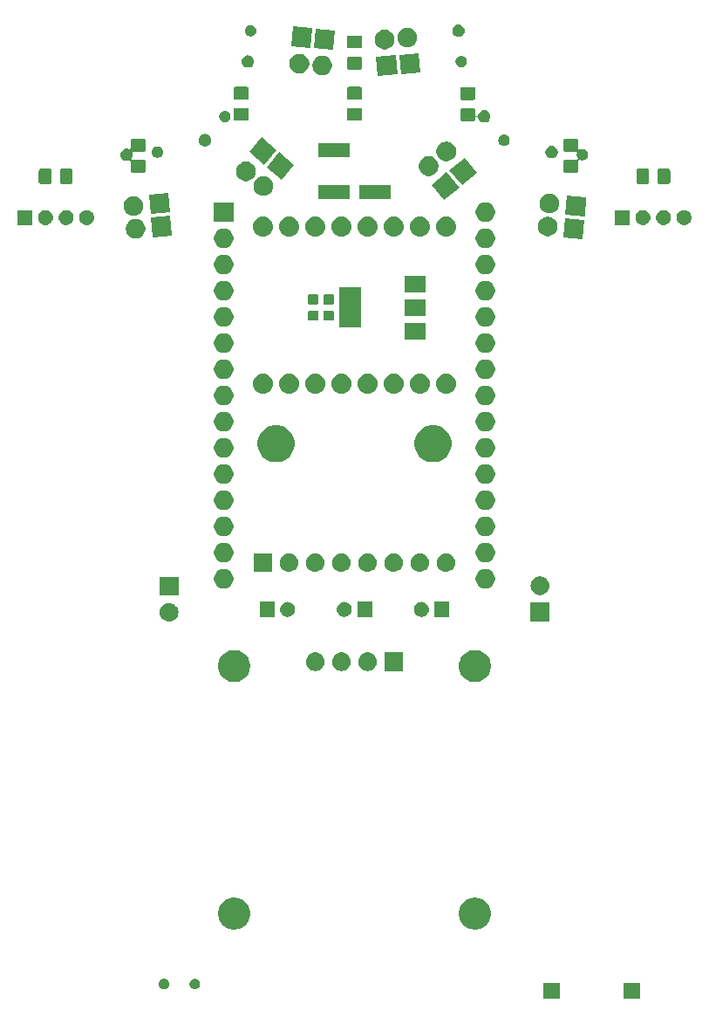
<source format=gbr>
G04 #@! TF.GenerationSoftware,KiCad,Pcbnew,(5.0.1)-3*
G04 #@! TF.CreationDate,2022-06-15T15:11:29+08:00*
G04 #@! TF.ProjectId,Micromouse_V01,4D6963726F6D6F7573655F5630312E6B,rev?*
G04 #@! TF.SameCoordinates,Original*
G04 #@! TF.FileFunction,Soldermask,Top*
G04 #@! TF.FilePolarity,Negative*
%FSLAX46Y46*%
G04 Gerber Fmt 4.6, Leading zero omitted, Abs format (unit mm)*
G04 Created by KiCad (PCBNEW (5.0.1)-3) date 15-Jun-22 3:11:29 PM*
%MOMM*%
%LPD*%
G01*
G04 APERTURE LIST*
%ADD10C,0.100000*%
G04 APERTURE END LIST*
D10*
G36*
X129701000Y-139801000D02*
X128099000Y-139801000D01*
X128099000Y-138199000D01*
X129701000Y-138199000D01*
X129701000Y-139801000D01*
X129701000Y-139801000D01*
G37*
G36*
X121901000Y-139801000D02*
X120299000Y-139801000D01*
X120299000Y-138199000D01*
X121901000Y-138199000D01*
X121901000Y-139801000D01*
X121901000Y-139801000D01*
G37*
G36*
X86646136Y-137848253D02*
X86737312Y-137886019D01*
X86819372Y-137940850D01*
X86889150Y-138010628D01*
X86943981Y-138092688D01*
X86981747Y-138183864D01*
X87001000Y-138280656D01*
X87001000Y-138379344D01*
X86981747Y-138476136D01*
X86943981Y-138567312D01*
X86889150Y-138649372D01*
X86819372Y-138719150D01*
X86737312Y-138773981D01*
X86646136Y-138811747D01*
X86549344Y-138831000D01*
X86450656Y-138831000D01*
X86353864Y-138811747D01*
X86262688Y-138773981D01*
X86180628Y-138719150D01*
X86110850Y-138649372D01*
X86056019Y-138567312D01*
X86018253Y-138476136D01*
X85999000Y-138379344D01*
X85999000Y-138280656D01*
X86018253Y-138183864D01*
X86056019Y-138092688D01*
X86110850Y-138010628D01*
X86180628Y-137940850D01*
X86262688Y-137886019D01*
X86353864Y-137848253D01*
X86450656Y-137829000D01*
X86549344Y-137829000D01*
X86646136Y-137848253D01*
X86646136Y-137848253D01*
G37*
G36*
X83646136Y-137848253D02*
X83737312Y-137886019D01*
X83819372Y-137940850D01*
X83889150Y-138010628D01*
X83943981Y-138092688D01*
X83981747Y-138183864D01*
X84001000Y-138280656D01*
X84001000Y-138379344D01*
X83981747Y-138476136D01*
X83943981Y-138567312D01*
X83889150Y-138649372D01*
X83819372Y-138719150D01*
X83737312Y-138773981D01*
X83646136Y-138811747D01*
X83549344Y-138831000D01*
X83450656Y-138831000D01*
X83353864Y-138811747D01*
X83262688Y-138773981D01*
X83180628Y-138719150D01*
X83110850Y-138649372D01*
X83056019Y-138567312D01*
X83018253Y-138476136D01*
X82999000Y-138379344D01*
X82999000Y-138280656D01*
X83018253Y-138183864D01*
X83056019Y-138092688D01*
X83110850Y-138010628D01*
X83180628Y-137940850D01*
X83262688Y-137886019D01*
X83353864Y-137848253D01*
X83450656Y-137829000D01*
X83549344Y-137829000D01*
X83646136Y-137848253D01*
X83646136Y-137848253D01*
G37*
G36*
X90652527Y-129988736D02*
X90752410Y-130008604D01*
X91034674Y-130125521D01*
X91288705Y-130295259D01*
X91504741Y-130511295D01*
X91674479Y-130765326D01*
X91791396Y-131047590D01*
X91851000Y-131347240D01*
X91851000Y-131652760D01*
X91791396Y-131952410D01*
X91674479Y-132234674D01*
X91504741Y-132488705D01*
X91288705Y-132704741D01*
X91034674Y-132874479D01*
X90752410Y-132991396D01*
X90652527Y-133011264D01*
X90452762Y-133051000D01*
X90147238Y-133051000D01*
X89947473Y-133011264D01*
X89847590Y-132991396D01*
X89565326Y-132874479D01*
X89311295Y-132704741D01*
X89095259Y-132488705D01*
X88925521Y-132234674D01*
X88808604Y-131952410D01*
X88749000Y-131652760D01*
X88749000Y-131347240D01*
X88808604Y-131047590D01*
X88925521Y-130765326D01*
X89095259Y-130511295D01*
X89311295Y-130295259D01*
X89565326Y-130125521D01*
X89847590Y-130008604D01*
X89947473Y-129988736D01*
X90147238Y-129949000D01*
X90452762Y-129949000D01*
X90652527Y-129988736D01*
X90652527Y-129988736D01*
G37*
G36*
X114052527Y-129988736D02*
X114152410Y-130008604D01*
X114434674Y-130125521D01*
X114688705Y-130295259D01*
X114904741Y-130511295D01*
X115074479Y-130765326D01*
X115191396Y-131047590D01*
X115251000Y-131347240D01*
X115251000Y-131652760D01*
X115191396Y-131952410D01*
X115074479Y-132234674D01*
X114904741Y-132488705D01*
X114688705Y-132704741D01*
X114434674Y-132874479D01*
X114152410Y-132991396D01*
X114052527Y-133011264D01*
X113852762Y-133051000D01*
X113547238Y-133051000D01*
X113347473Y-133011264D01*
X113247590Y-132991396D01*
X112965326Y-132874479D01*
X112711295Y-132704741D01*
X112495259Y-132488705D01*
X112325521Y-132234674D01*
X112208604Y-131952410D01*
X112149000Y-131652760D01*
X112149000Y-131347240D01*
X112208604Y-131047590D01*
X112325521Y-130765326D01*
X112495259Y-130511295D01*
X112711295Y-130295259D01*
X112965326Y-130125521D01*
X113247590Y-130008604D01*
X113347473Y-129988736D01*
X113547238Y-129949000D01*
X113852762Y-129949000D01*
X114052527Y-129988736D01*
X114052527Y-129988736D01*
G37*
G36*
X114052527Y-105988736D02*
X114152410Y-106008604D01*
X114434674Y-106125521D01*
X114688705Y-106295259D01*
X114904741Y-106511295D01*
X115074479Y-106765326D01*
X115127103Y-106892373D01*
X115191396Y-107047591D01*
X115251000Y-107347238D01*
X115251000Y-107652762D01*
X115239776Y-107709186D01*
X115191396Y-107952410D01*
X115074479Y-108234674D01*
X114904741Y-108488705D01*
X114688705Y-108704741D01*
X114434674Y-108874479D01*
X114152410Y-108991396D01*
X114052527Y-109011264D01*
X113852762Y-109051000D01*
X113547238Y-109051000D01*
X113347473Y-109011264D01*
X113247590Y-108991396D01*
X112965326Y-108874479D01*
X112711295Y-108704741D01*
X112495259Y-108488705D01*
X112325521Y-108234674D01*
X112208604Y-107952410D01*
X112160224Y-107709186D01*
X112149000Y-107652762D01*
X112149000Y-107347238D01*
X112208604Y-107047591D01*
X112272897Y-106892373D01*
X112325521Y-106765326D01*
X112495259Y-106511295D01*
X112711295Y-106295259D01*
X112965326Y-106125521D01*
X113247590Y-106008604D01*
X113347473Y-105988736D01*
X113547238Y-105949000D01*
X113852762Y-105949000D01*
X114052527Y-105988736D01*
X114052527Y-105988736D01*
G37*
G36*
X90652527Y-105988736D02*
X90752410Y-106008604D01*
X91034674Y-106125521D01*
X91288705Y-106295259D01*
X91504741Y-106511295D01*
X91674479Y-106765326D01*
X91727103Y-106892373D01*
X91791396Y-107047591D01*
X91851000Y-107347238D01*
X91851000Y-107652762D01*
X91839776Y-107709186D01*
X91791396Y-107952410D01*
X91674479Y-108234674D01*
X91504741Y-108488705D01*
X91288705Y-108704741D01*
X91034674Y-108874479D01*
X90752410Y-108991396D01*
X90652527Y-109011264D01*
X90452762Y-109051000D01*
X90147238Y-109051000D01*
X89947473Y-109011264D01*
X89847590Y-108991396D01*
X89565326Y-108874479D01*
X89311295Y-108704741D01*
X89095259Y-108488705D01*
X88925521Y-108234674D01*
X88808604Y-107952410D01*
X88760224Y-107709186D01*
X88749000Y-107652762D01*
X88749000Y-107347238D01*
X88808604Y-107047591D01*
X88872897Y-106892373D01*
X88925521Y-106765326D01*
X89095259Y-106511295D01*
X89311295Y-106295259D01*
X89565326Y-106125521D01*
X89847590Y-106008604D01*
X89947473Y-105988736D01*
X90147238Y-105949000D01*
X90452762Y-105949000D01*
X90652527Y-105988736D01*
X90652527Y-105988736D01*
G37*
G36*
X98300442Y-106174518D02*
X98366627Y-106181037D01*
X98479853Y-106215384D01*
X98536467Y-106232557D01*
X98653772Y-106295259D01*
X98692991Y-106316222D01*
X98728729Y-106345552D01*
X98830186Y-106428814D01*
X98897875Y-106511295D01*
X98942778Y-106566009D01*
X98942779Y-106566011D01*
X99026443Y-106722533D01*
X99026443Y-106722534D01*
X99077963Y-106892373D01*
X99095359Y-107069000D01*
X99077963Y-107245627D01*
X99047140Y-107347238D01*
X99026443Y-107415467D01*
X98952348Y-107554087D01*
X98942778Y-107571991D01*
X98913448Y-107607729D01*
X98830186Y-107709186D01*
X98728729Y-107792448D01*
X98692991Y-107821778D01*
X98692989Y-107821779D01*
X98536467Y-107905443D01*
X98479853Y-107922616D01*
X98366627Y-107956963D01*
X98300443Y-107963481D01*
X98234260Y-107970000D01*
X98145740Y-107970000D01*
X98079557Y-107963481D01*
X98013373Y-107956963D01*
X97900147Y-107922616D01*
X97843533Y-107905443D01*
X97687011Y-107821779D01*
X97687009Y-107821778D01*
X97651271Y-107792448D01*
X97549814Y-107709186D01*
X97466552Y-107607729D01*
X97437222Y-107571991D01*
X97427652Y-107554087D01*
X97353557Y-107415467D01*
X97332860Y-107347238D01*
X97302037Y-107245627D01*
X97284641Y-107069000D01*
X97302037Y-106892373D01*
X97353557Y-106722534D01*
X97353557Y-106722533D01*
X97437221Y-106566011D01*
X97437222Y-106566009D01*
X97482125Y-106511295D01*
X97549814Y-106428814D01*
X97651271Y-106345552D01*
X97687009Y-106316222D01*
X97726228Y-106295259D01*
X97843533Y-106232557D01*
X97900147Y-106215384D01*
X98013373Y-106181037D01*
X98079558Y-106174518D01*
X98145740Y-106168000D01*
X98234260Y-106168000D01*
X98300442Y-106174518D01*
X98300442Y-106174518D01*
G37*
G36*
X106711000Y-107970000D02*
X104909000Y-107970000D01*
X104909000Y-106168000D01*
X106711000Y-106168000D01*
X106711000Y-107970000D01*
X106711000Y-107970000D01*
G37*
G36*
X103380442Y-106174518D02*
X103446627Y-106181037D01*
X103559853Y-106215384D01*
X103616467Y-106232557D01*
X103733772Y-106295259D01*
X103772991Y-106316222D01*
X103808729Y-106345552D01*
X103910186Y-106428814D01*
X103977875Y-106511295D01*
X104022778Y-106566009D01*
X104022779Y-106566011D01*
X104106443Y-106722533D01*
X104106443Y-106722534D01*
X104157963Y-106892373D01*
X104175359Y-107069000D01*
X104157963Y-107245627D01*
X104127140Y-107347238D01*
X104106443Y-107415467D01*
X104032348Y-107554087D01*
X104022778Y-107571991D01*
X103993448Y-107607729D01*
X103910186Y-107709186D01*
X103808729Y-107792448D01*
X103772991Y-107821778D01*
X103772989Y-107821779D01*
X103616467Y-107905443D01*
X103559853Y-107922616D01*
X103446627Y-107956963D01*
X103380443Y-107963481D01*
X103314260Y-107970000D01*
X103225740Y-107970000D01*
X103159557Y-107963481D01*
X103093373Y-107956963D01*
X102980147Y-107922616D01*
X102923533Y-107905443D01*
X102767011Y-107821779D01*
X102767009Y-107821778D01*
X102731271Y-107792448D01*
X102629814Y-107709186D01*
X102546552Y-107607729D01*
X102517222Y-107571991D01*
X102507652Y-107554087D01*
X102433557Y-107415467D01*
X102412860Y-107347238D01*
X102382037Y-107245627D01*
X102364641Y-107069000D01*
X102382037Y-106892373D01*
X102433557Y-106722534D01*
X102433557Y-106722533D01*
X102517221Y-106566011D01*
X102517222Y-106566009D01*
X102562125Y-106511295D01*
X102629814Y-106428814D01*
X102731271Y-106345552D01*
X102767009Y-106316222D01*
X102806228Y-106295259D01*
X102923533Y-106232557D01*
X102980147Y-106215384D01*
X103093373Y-106181037D01*
X103159558Y-106174518D01*
X103225740Y-106168000D01*
X103314260Y-106168000D01*
X103380442Y-106174518D01*
X103380442Y-106174518D01*
G37*
G36*
X100840442Y-106174518D02*
X100906627Y-106181037D01*
X101019853Y-106215384D01*
X101076467Y-106232557D01*
X101193772Y-106295259D01*
X101232991Y-106316222D01*
X101268729Y-106345552D01*
X101370186Y-106428814D01*
X101437875Y-106511295D01*
X101482778Y-106566009D01*
X101482779Y-106566011D01*
X101566443Y-106722533D01*
X101566443Y-106722534D01*
X101617963Y-106892373D01*
X101635359Y-107069000D01*
X101617963Y-107245627D01*
X101587140Y-107347238D01*
X101566443Y-107415467D01*
X101492348Y-107554087D01*
X101482778Y-107571991D01*
X101453448Y-107607729D01*
X101370186Y-107709186D01*
X101268729Y-107792448D01*
X101232991Y-107821778D01*
X101232989Y-107821779D01*
X101076467Y-107905443D01*
X101019853Y-107922616D01*
X100906627Y-107956963D01*
X100840443Y-107963481D01*
X100774260Y-107970000D01*
X100685740Y-107970000D01*
X100619557Y-107963481D01*
X100553373Y-107956963D01*
X100440147Y-107922616D01*
X100383533Y-107905443D01*
X100227011Y-107821779D01*
X100227009Y-107821778D01*
X100191271Y-107792448D01*
X100089814Y-107709186D01*
X100006552Y-107607729D01*
X99977222Y-107571991D01*
X99967652Y-107554087D01*
X99893557Y-107415467D01*
X99872860Y-107347238D01*
X99842037Y-107245627D01*
X99824641Y-107069000D01*
X99842037Y-106892373D01*
X99893557Y-106722534D01*
X99893557Y-106722533D01*
X99977221Y-106566011D01*
X99977222Y-106566009D01*
X100022125Y-106511295D01*
X100089814Y-106428814D01*
X100191271Y-106345552D01*
X100227009Y-106316222D01*
X100266228Y-106295259D01*
X100383533Y-106232557D01*
X100440147Y-106215384D01*
X100553373Y-106181037D01*
X100619558Y-106174518D01*
X100685740Y-106168000D01*
X100774260Y-106168000D01*
X100840442Y-106174518D01*
X100840442Y-106174518D01*
G37*
G36*
X84089258Y-101393432D02*
X84176627Y-101402037D01*
X84289853Y-101436384D01*
X84346467Y-101453557D01*
X84485087Y-101527652D01*
X84502991Y-101537222D01*
X84538729Y-101566552D01*
X84640186Y-101649814D01*
X84723448Y-101751271D01*
X84752778Y-101787009D01*
X84752779Y-101787011D01*
X84836443Y-101943533D01*
X84836443Y-101943534D01*
X84887963Y-102113373D01*
X84905359Y-102290000D01*
X84887963Y-102466627D01*
X84853616Y-102579853D01*
X84836443Y-102636467D01*
X84816392Y-102673979D01*
X84752778Y-102792991D01*
X84723448Y-102828729D01*
X84640186Y-102930186D01*
X84538729Y-103013448D01*
X84502991Y-103042778D01*
X84502989Y-103042779D01*
X84346467Y-103126443D01*
X84289853Y-103143616D01*
X84176627Y-103177963D01*
X84110443Y-103184481D01*
X84044260Y-103191000D01*
X83955740Y-103191000D01*
X83889557Y-103184481D01*
X83823373Y-103177963D01*
X83710147Y-103143616D01*
X83653533Y-103126443D01*
X83497011Y-103042779D01*
X83497009Y-103042778D01*
X83461271Y-103013448D01*
X83359814Y-102930186D01*
X83276552Y-102828729D01*
X83247222Y-102792991D01*
X83183608Y-102673979D01*
X83163557Y-102636467D01*
X83146384Y-102579853D01*
X83112037Y-102466627D01*
X83094641Y-102290000D01*
X83112037Y-102113373D01*
X83163557Y-101943534D01*
X83163557Y-101943533D01*
X83247221Y-101787011D01*
X83247222Y-101787009D01*
X83276552Y-101751271D01*
X83359814Y-101649814D01*
X83461271Y-101566552D01*
X83497009Y-101537222D01*
X83514913Y-101527652D01*
X83653533Y-101453557D01*
X83710147Y-101436384D01*
X83823373Y-101402037D01*
X83910742Y-101393432D01*
X83955740Y-101389000D01*
X84044260Y-101389000D01*
X84089258Y-101393432D01*
X84089258Y-101393432D01*
G37*
G36*
X120901000Y-103151000D02*
X119099000Y-103151000D01*
X119099000Y-101349000D01*
X120901000Y-101349000D01*
X120901000Y-103151000D01*
X120901000Y-103151000D01*
G37*
G36*
X95556991Y-101276101D02*
X95642321Y-101284505D01*
X95779172Y-101326019D01*
X95779174Y-101326020D01*
X95779177Y-101326021D01*
X95905296Y-101393432D01*
X96015843Y-101484157D01*
X96106568Y-101594704D01*
X96173979Y-101720823D01*
X96173980Y-101720826D01*
X96173981Y-101720828D01*
X96215495Y-101857679D01*
X96229512Y-102000000D01*
X96215495Y-102142321D01*
X96173981Y-102279172D01*
X96173979Y-102279177D01*
X96106568Y-102405296D01*
X96015843Y-102515843D01*
X95905296Y-102606568D01*
X95779177Y-102673979D01*
X95779174Y-102673980D01*
X95779172Y-102673981D01*
X95642321Y-102715495D01*
X95556991Y-102723899D01*
X95535660Y-102726000D01*
X95464340Y-102726000D01*
X95443009Y-102723899D01*
X95357679Y-102715495D01*
X95220828Y-102673981D01*
X95220826Y-102673980D01*
X95220823Y-102673979D01*
X95094704Y-102606568D01*
X94984157Y-102515843D01*
X94893432Y-102405296D01*
X94826021Y-102279177D01*
X94826019Y-102279172D01*
X94784505Y-102142321D01*
X94770488Y-102000000D01*
X94784505Y-101857679D01*
X94826019Y-101720828D01*
X94826020Y-101720826D01*
X94826021Y-101720823D01*
X94893432Y-101594704D01*
X94984157Y-101484157D01*
X95094704Y-101393432D01*
X95220823Y-101326021D01*
X95220826Y-101326020D01*
X95220828Y-101326019D01*
X95357679Y-101284505D01*
X95443009Y-101276101D01*
X95464340Y-101274000D01*
X95535660Y-101274000D01*
X95556991Y-101276101D01*
X95556991Y-101276101D01*
G37*
G36*
X94226000Y-102726000D02*
X92774000Y-102726000D01*
X92774000Y-101274000D01*
X94226000Y-101274000D01*
X94226000Y-102726000D01*
X94226000Y-102726000D01*
G37*
G36*
X101056991Y-101276101D02*
X101142321Y-101284505D01*
X101279172Y-101326019D01*
X101279174Y-101326020D01*
X101279177Y-101326021D01*
X101405296Y-101393432D01*
X101515843Y-101484157D01*
X101606568Y-101594704D01*
X101673979Y-101720823D01*
X101673980Y-101720826D01*
X101673981Y-101720828D01*
X101715495Y-101857679D01*
X101729512Y-102000000D01*
X101715495Y-102142321D01*
X101673981Y-102279172D01*
X101673979Y-102279177D01*
X101606568Y-102405296D01*
X101515843Y-102515843D01*
X101405296Y-102606568D01*
X101279177Y-102673979D01*
X101279174Y-102673980D01*
X101279172Y-102673981D01*
X101142321Y-102715495D01*
X101056991Y-102723899D01*
X101035660Y-102726000D01*
X100964340Y-102726000D01*
X100943009Y-102723899D01*
X100857679Y-102715495D01*
X100720828Y-102673981D01*
X100720826Y-102673980D01*
X100720823Y-102673979D01*
X100594704Y-102606568D01*
X100484157Y-102515843D01*
X100393432Y-102405296D01*
X100326021Y-102279177D01*
X100326019Y-102279172D01*
X100284505Y-102142321D01*
X100270488Y-102000000D01*
X100284505Y-101857679D01*
X100326019Y-101720828D01*
X100326020Y-101720826D01*
X100326021Y-101720823D01*
X100393432Y-101594704D01*
X100484157Y-101484157D01*
X100594704Y-101393432D01*
X100720823Y-101326021D01*
X100720826Y-101326020D01*
X100720828Y-101326019D01*
X100857679Y-101284505D01*
X100943009Y-101276101D01*
X100964340Y-101274000D01*
X101035660Y-101274000D01*
X101056991Y-101276101D01*
X101056991Y-101276101D01*
G37*
G36*
X103726000Y-102726000D02*
X102274000Y-102726000D01*
X102274000Y-101274000D01*
X103726000Y-101274000D01*
X103726000Y-102726000D01*
X103726000Y-102726000D01*
G37*
G36*
X111226000Y-102726000D02*
X109774000Y-102726000D01*
X109774000Y-101274000D01*
X111226000Y-101274000D01*
X111226000Y-102726000D01*
X111226000Y-102726000D01*
G37*
G36*
X108556991Y-101276101D02*
X108642321Y-101284505D01*
X108779172Y-101326019D01*
X108779174Y-101326020D01*
X108779177Y-101326021D01*
X108905296Y-101393432D01*
X109015843Y-101484157D01*
X109106568Y-101594704D01*
X109173979Y-101720823D01*
X109173980Y-101720826D01*
X109173981Y-101720828D01*
X109215495Y-101857679D01*
X109229512Y-102000000D01*
X109215495Y-102142321D01*
X109173981Y-102279172D01*
X109173979Y-102279177D01*
X109106568Y-102405296D01*
X109015843Y-102515843D01*
X108905296Y-102606568D01*
X108779177Y-102673979D01*
X108779174Y-102673980D01*
X108779172Y-102673981D01*
X108642321Y-102715495D01*
X108556991Y-102723899D01*
X108535660Y-102726000D01*
X108464340Y-102726000D01*
X108443009Y-102723899D01*
X108357679Y-102715495D01*
X108220828Y-102673981D01*
X108220826Y-102673980D01*
X108220823Y-102673979D01*
X108094704Y-102606568D01*
X107984157Y-102515843D01*
X107893432Y-102405296D01*
X107826021Y-102279177D01*
X107826019Y-102279172D01*
X107784505Y-102142321D01*
X107770488Y-102000000D01*
X107784505Y-101857679D01*
X107826019Y-101720828D01*
X107826020Y-101720826D01*
X107826021Y-101720823D01*
X107893432Y-101594704D01*
X107984157Y-101484157D01*
X108094704Y-101393432D01*
X108220823Y-101326021D01*
X108220826Y-101326020D01*
X108220828Y-101326019D01*
X108357679Y-101284505D01*
X108443009Y-101276101D01*
X108464340Y-101274000D01*
X108535660Y-101274000D01*
X108556991Y-101276101D01*
X108556991Y-101276101D01*
G37*
G36*
X84901000Y-100651000D02*
X83099000Y-100651000D01*
X83099000Y-98849000D01*
X84901000Y-98849000D01*
X84901000Y-100651000D01*
X84901000Y-100651000D01*
G37*
G36*
X120110442Y-98815518D02*
X120176627Y-98822037D01*
X120265512Y-98849000D01*
X120346467Y-98873557D01*
X120485087Y-98947652D01*
X120502991Y-98957222D01*
X120538729Y-98986552D01*
X120640186Y-99069814D01*
X120696691Y-99138667D01*
X120752778Y-99207009D01*
X120752779Y-99207011D01*
X120836443Y-99363533D01*
X120836443Y-99363534D01*
X120887963Y-99533373D01*
X120905359Y-99710000D01*
X120887963Y-99886627D01*
X120865871Y-99959454D01*
X120836443Y-100056467D01*
X120762348Y-100195087D01*
X120752778Y-100212991D01*
X120723448Y-100248729D01*
X120640186Y-100350186D01*
X120538729Y-100433448D01*
X120502991Y-100462778D01*
X120502989Y-100462779D01*
X120346467Y-100546443D01*
X120289853Y-100563616D01*
X120176627Y-100597963D01*
X120110443Y-100604481D01*
X120044260Y-100611000D01*
X119955740Y-100611000D01*
X119889558Y-100604482D01*
X119823373Y-100597963D01*
X119710147Y-100563616D01*
X119653533Y-100546443D01*
X119497011Y-100462779D01*
X119497009Y-100462778D01*
X119461271Y-100433448D01*
X119359814Y-100350186D01*
X119276552Y-100248729D01*
X119247222Y-100212991D01*
X119237652Y-100195087D01*
X119163557Y-100056467D01*
X119134129Y-99959454D01*
X119112037Y-99886627D01*
X119094641Y-99710000D01*
X119112037Y-99533373D01*
X119163557Y-99363534D01*
X119163557Y-99363533D01*
X119247221Y-99207011D01*
X119247222Y-99207009D01*
X119303309Y-99138667D01*
X119359814Y-99069814D01*
X119461271Y-98986552D01*
X119497009Y-98957222D01*
X119514913Y-98947652D01*
X119653533Y-98873557D01*
X119734488Y-98849000D01*
X119823373Y-98822037D01*
X119889558Y-98815518D01*
X119955740Y-98809000D01*
X120044260Y-98809000D01*
X120110442Y-98815518D01*
X120110442Y-98815518D01*
G37*
G36*
X114977396Y-98130546D02*
X115150466Y-98202234D01*
X115306230Y-98306312D01*
X115438688Y-98438770D01*
X115542766Y-98594534D01*
X115614454Y-98767604D01*
X115651000Y-98951333D01*
X115651000Y-99138667D01*
X115614454Y-99322396D01*
X115542766Y-99495466D01*
X115438688Y-99651230D01*
X115306230Y-99783688D01*
X115150466Y-99887766D01*
X114977396Y-99959454D01*
X114793667Y-99996000D01*
X114606333Y-99996000D01*
X114422604Y-99959454D01*
X114249534Y-99887766D01*
X114093770Y-99783688D01*
X113961312Y-99651230D01*
X113857234Y-99495466D01*
X113785546Y-99322396D01*
X113749000Y-99138667D01*
X113749000Y-98951333D01*
X113785546Y-98767604D01*
X113857234Y-98594534D01*
X113961312Y-98438770D01*
X114093770Y-98306312D01*
X114249534Y-98202234D01*
X114422604Y-98130546D01*
X114606333Y-98094000D01*
X114793667Y-98094000D01*
X114977396Y-98130546D01*
X114977396Y-98130546D01*
G37*
G36*
X89577396Y-98130546D02*
X89750466Y-98202234D01*
X89906230Y-98306312D01*
X90038688Y-98438770D01*
X90142766Y-98594534D01*
X90214454Y-98767604D01*
X90251000Y-98951333D01*
X90251000Y-99138667D01*
X90214454Y-99322396D01*
X90142766Y-99495466D01*
X90038688Y-99651230D01*
X89906230Y-99783688D01*
X89750466Y-99887766D01*
X89577396Y-99959454D01*
X89393667Y-99996000D01*
X89206333Y-99996000D01*
X89022604Y-99959454D01*
X88849534Y-99887766D01*
X88693770Y-99783688D01*
X88561312Y-99651230D01*
X88457234Y-99495466D01*
X88385546Y-99322396D01*
X88349000Y-99138667D01*
X88349000Y-98951333D01*
X88385546Y-98767604D01*
X88457234Y-98594534D01*
X88561312Y-98438770D01*
X88693770Y-98306312D01*
X88849534Y-98202234D01*
X89022604Y-98130546D01*
X89206333Y-98094000D01*
X89393667Y-98094000D01*
X89577396Y-98130546D01*
X89577396Y-98130546D01*
G37*
G36*
X108452042Y-96572118D02*
X108518227Y-96578637D01*
X108631453Y-96612984D01*
X108688067Y-96630157D01*
X108826687Y-96704252D01*
X108844591Y-96713822D01*
X108880329Y-96743152D01*
X108981786Y-96826414D01*
X109065048Y-96927871D01*
X109094378Y-96963609D01*
X109094379Y-96963611D01*
X109178043Y-97120133D01*
X109178043Y-97120134D01*
X109229563Y-97289973D01*
X109246959Y-97466600D01*
X109229563Y-97643227D01*
X109195216Y-97756453D01*
X109178043Y-97813067D01*
X109103948Y-97951687D01*
X109094378Y-97969591D01*
X109065048Y-98005329D01*
X108981786Y-98106786D01*
X108880329Y-98190048D01*
X108844591Y-98219378D01*
X108844589Y-98219379D01*
X108688067Y-98303043D01*
X108677290Y-98306312D01*
X108518227Y-98354563D01*
X108452042Y-98361082D01*
X108385860Y-98367600D01*
X108297340Y-98367600D01*
X108231157Y-98361081D01*
X108164973Y-98354563D01*
X108005910Y-98306312D01*
X107995133Y-98303043D01*
X107838611Y-98219379D01*
X107838609Y-98219378D01*
X107802871Y-98190048D01*
X107701414Y-98106786D01*
X107618152Y-98005329D01*
X107588822Y-97969591D01*
X107579252Y-97951687D01*
X107505157Y-97813067D01*
X107487984Y-97756453D01*
X107453637Y-97643227D01*
X107436241Y-97466600D01*
X107453637Y-97289973D01*
X107505157Y-97120134D01*
X107505157Y-97120133D01*
X107588821Y-96963611D01*
X107588822Y-96963609D01*
X107618152Y-96927871D01*
X107701414Y-96826414D01*
X107802871Y-96743152D01*
X107838609Y-96713822D01*
X107856513Y-96704252D01*
X107995133Y-96630157D01*
X108051747Y-96612984D01*
X108164973Y-96578637D01*
X108231158Y-96572118D01*
X108297340Y-96565600D01*
X108385860Y-96565600D01*
X108452042Y-96572118D01*
X108452042Y-96572118D01*
G37*
G36*
X110992042Y-96572118D02*
X111058227Y-96578637D01*
X111171453Y-96612984D01*
X111228067Y-96630157D01*
X111366687Y-96704252D01*
X111384591Y-96713822D01*
X111420329Y-96743152D01*
X111521786Y-96826414D01*
X111605048Y-96927871D01*
X111634378Y-96963609D01*
X111634379Y-96963611D01*
X111718043Y-97120133D01*
X111718043Y-97120134D01*
X111769563Y-97289973D01*
X111786959Y-97466600D01*
X111769563Y-97643227D01*
X111735216Y-97756453D01*
X111718043Y-97813067D01*
X111643948Y-97951687D01*
X111634378Y-97969591D01*
X111605048Y-98005329D01*
X111521786Y-98106786D01*
X111420329Y-98190048D01*
X111384591Y-98219378D01*
X111384589Y-98219379D01*
X111228067Y-98303043D01*
X111217290Y-98306312D01*
X111058227Y-98354563D01*
X110992042Y-98361082D01*
X110925860Y-98367600D01*
X110837340Y-98367600D01*
X110771157Y-98361081D01*
X110704973Y-98354563D01*
X110545910Y-98306312D01*
X110535133Y-98303043D01*
X110378611Y-98219379D01*
X110378609Y-98219378D01*
X110342871Y-98190048D01*
X110241414Y-98106786D01*
X110158152Y-98005329D01*
X110128822Y-97969591D01*
X110119252Y-97951687D01*
X110045157Y-97813067D01*
X110027984Y-97756453D01*
X109993637Y-97643227D01*
X109976241Y-97466600D01*
X109993637Y-97289973D01*
X110045157Y-97120134D01*
X110045157Y-97120133D01*
X110128821Y-96963611D01*
X110128822Y-96963609D01*
X110158152Y-96927871D01*
X110241414Y-96826414D01*
X110342871Y-96743152D01*
X110378609Y-96713822D01*
X110396513Y-96704252D01*
X110535133Y-96630157D01*
X110591747Y-96612984D01*
X110704973Y-96578637D01*
X110771158Y-96572118D01*
X110837340Y-96565600D01*
X110925860Y-96565600D01*
X110992042Y-96572118D01*
X110992042Y-96572118D01*
G37*
G36*
X105912042Y-96572118D02*
X105978227Y-96578637D01*
X106091453Y-96612984D01*
X106148067Y-96630157D01*
X106286687Y-96704252D01*
X106304591Y-96713822D01*
X106340329Y-96743152D01*
X106441786Y-96826414D01*
X106525048Y-96927871D01*
X106554378Y-96963609D01*
X106554379Y-96963611D01*
X106638043Y-97120133D01*
X106638043Y-97120134D01*
X106689563Y-97289973D01*
X106706959Y-97466600D01*
X106689563Y-97643227D01*
X106655216Y-97756453D01*
X106638043Y-97813067D01*
X106563948Y-97951687D01*
X106554378Y-97969591D01*
X106525048Y-98005329D01*
X106441786Y-98106786D01*
X106340329Y-98190048D01*
X106304591Y-98219378D01*
X106304589Y-98219379D01*
X106148067Y-98303043D01*
X106137290Y-98306312D01*
X105978227Y-98354563D01*
X105912042Y-98361082D01*
X105845860Y-98367600D01*
X105757340Y-98367600D01*
X105691157Y-98361081D01*
X105624973Y-98354563D01*
X105465910Y-98306312D01*
X105455133Y-98303043D01*
X105298611Y-98219379D01*
X105298609Y-98219378D01*
X105262871Y-98190048D01*
X105161414Y-98106786D01*
X105078152Y-98005329D01*
X105048822Y-97969591D01*
X105039252Y-97951687D01*
X104965157Y-97813067D01*
X104947984Y-97756453D01*
X104913637Y-97643227D01*
X104896241Y-97466600D01*
X104913637Y-97289973D01*
X104965157Y-97120134D01*
X104965157Y-97120133D01*
X105048821Y-96963611D01*
X105048822Y-96963609D01*
X105078152Y-96927871D01*
X105161414Y-96826414D01*
X105262871Y-96743152D01*
X105298609Y-96713822D01*
X105316513Y-96704252D01*
X105455133Y-96630157D01*
X105511747Y-96612984D01*
X105624973Y-96578637D01*
X105691158Y-96572118D01*
X105757340Y-96565600D01*
X105845860Y-96565600D01*
X105912042Y-96572118D01*
X105912042Y-96572118D01*
G37*
G36*
X103372042Y-96572118D02*
X103438227Y-96578637D01*
X103551453Y-96612984D01*
X103608067Y-96630157D01*
X103746687Y-96704252D01*
X103764591Y-96713822D01*
X103800329Y-96743152D01*
X103901786Y-96826414D01*
X103985048Y-96927871D01*
X104014378Y-96963609D01*
X104014379Y-96963611D01*
X104098043Y-97120133D01*
X104098043Y-97120134D01*
X104149563Y-97289973D01*
X104166959Y-97466600D01*
X104149563Y-97643227D01*
X104115216Y-97756453D01*
X104098043Y-97813067D01*
X104023948Y-97951687D01*
X104014378Y-97969591D01*
X103985048Y-98005329D01*
X103901786Y-98106786D01*
X103800329Y-98190048D01*
X103764591Y-98219378D01*
X103764589Y-98219379D01*
X103608067Y-98303043D01*
X103597290Y-98306312D01*
X103438227Y-98354563D01*
X103372042Y-98361082D01*
X103305860Y-98367600D01*
X103217340Y-98367600D01*
X103151157Y-98361081D01*
X103084973Y-98354563D01*
X102925910Y-98306312D01*
X102915133Y-98303043D01*
X102758611Y-98219379D01*
X102758609Y-98219378D01*
X102722871Y-98190048D01*
X102621414Y-98106786D01*
X102538152Y-98005329D01*
X102508822Y-97969591D01*
X102499252Y-97951687D01*
X102425157Y-97813067D01*
X102407984Y-97756453D01*
X102373637Y-97643227D01*
X102356241Y-97466600D01*
X102373637Y-97289973D01*
X102425157Y-97120134D01*
X102425157Y-97120133D01*
X102508821Y-96963611D01*
X102508822Y-96963609D01*
X102538152Y-96927871D01*
X102621414Y-96826414D01*
X102722871Y-96743152D01*
X102758609Y-96713822D01*
X102776513Y-96704252D01*
X102915133Y-96630157D01*
X102971747Y-96612984D01*
X103084973Y-96578637D01*
X103151158Y-96572118D01*
X103217340Y-96565600D01*
X103305860Y-96565600D01*
X103372042Y-96572118D01*
X103372042Y-96572118D01*
G37*
G36*
X100832042Y-96572118D02*
X100898227Y-96578637D01*
X101011453Y-96612984D01*
X101068067Y-96630157D01*
X101206687Y-96704252D01*
X101224591Y-96713822D01*
X101260329Y-96743152D01*
X101361786Y-96826414D01*
X101445048Y-96927871D01*
X101474378Y-96963609D01*
X101474379Y-96963611D01*
X101558043Y-97120133D01*
X101558043Y-97120134D01*
X101609563Y-97289973D01*
X101626959Y-97466600D01*
X101609563Y-97643227D01*
X101575216Y-97756453D01*
X101558043Y-97813067D01*
X101483948Y-97951687D01*
X101474378Y-97969591D01*
X101445048Y-98005329D01*
X101361786Y-98106786D01*
X101260329Y-98190048D01*
X101224591Y-98219378D01*
X101224589Y-98219379D01*
X101068067Y-98303043D01*
X101057290Y-98306312D01*
X100898227Y-98354563D01*
X100832042Y-98361082D01*
X100765860Y-98367600D01*
X100677340Y-98367600D01*
X100611157Y-98361081D01*
X100544973Y-98354563D01*
X100385910Y-98306312D01*
X100375133Y-98303043D01*
X100218611Y-98219379D01*
X100218609Y-98219378D01*
X100182871Y-98190048D01*
X100081414Y-98106786D01*
X99998152Y-98005329D01*
X99968822Y-97969591D01*
X99959252Y-97951687D01*
X99885157Y-97813067D01*
X99867984Y-97756453D01*
X99833637Y-97643227D01*
X99816241Y-97466600D01*
X99833637Y-97289973D01*
X99885157Y-97120134D01*
X99885157Y-97120133D01*
X99968821Y-96963611D01*
X99968822Y-96963609D01*
X99998152Y-96927871D01*
X100081414Y-96826414D01*
X100182871Y-96743152D01*
X100218609Y-96713822D01*
X100236513Y-96704252D01*
X100375133Y-96630157D01*
X100431747Y-96612984D01*
X100544973Y-96578637D01*
X100611158Y-96572118D01*
X100677340Y-96565600D01*
X100765860Y-96565600D01*
X100832042Y-96572118D01*
X100832042Y-96572118D01*
G37*
G36*
X98292042Y-96572118D02*
X98358227Y-96578637D01*
X98471453Y-96612984D01*
X98528067Y-96630157D01*
X98666687Y-96704252D01*
X98684591Y-96713822D01*
X98720329Y-96743152D01*
X98821786Y-96826414D01*
X98905048Y-96927871D01*
X98934378Y-96963609D01*
X98934379Y-96963611D01*
X99018043Y-97120133D01*
X99018043Y-97120134D01*
X99069563Y-97289973D01*
X99086959Y-97466600D01*
X99069563Y-97643227D01*
X99035216Y-97756453D01*
X99018043Y-97813067D01*
X98943948Y-97951687D01*
X98934378Y-97969591D01*
X98905048Y-98005329D01*
X98821786Y-98106786D01*
X98720329Y-98190048D01*
X98684591Y-98219378D01*
X98684589Y-98219379D01*
X98528067Y-98303043D01*
X98517290Y-98306312D01*
X98358227Y-98354563D01*
X98292042Y-98361082D01*
X98225860Y-98367600D01*
X98137340Y-98367600D01*
X98071157Y-98361081D01*
X98004973Y-98354563D01*
X97845910Y-98306312D01*
X97835133Y-98303043D01*
X97678611Y-98219379D01*
X97678609Y-98219378D01*
X97642871Y-98190048D01*
X97541414Y-98106786D01*
X97458152Y-98005329D01*
X97428822Y-97969591D01*
X97419252Y-97951687D01*
X97345157Y-97813067D01*
X97327984Y-97756453D01*
X97293637Y-97643227D01*
X97276241Y-97466600D01*
X97293637Y-97289973D01*
X97345157Y-97120134D01*
X97345157Y-97120133D01*
X97428821Y-96963611D01*
X97428822Y-96963609D01*
X97458152Y-96927871D01*
X97541414Y-96826414D01*
X97642871Y-96743152D01*
X97678609Y-96713822D01*
X97696513Y-96704252D01*
X97835133Y-96630157D01*
X97891747Y-96612984D01*
X98004973Y-96578637D01*
X98071158Y-96572118D01*
X98137340Y-96565600D01*
X98225860Y-96565600D01*
X98292042Y-96572118D01*
X98292042Y-96572118D01*
G37*
G36*
X95752042Y-96572118D02*
X95818227Y-96578637D01*
X95931453Y-96612984D01*
X95988067Y-96630157D01*
X96126687Y-96704252D01*
X96144591Y-96713822D01*
X96180329Y-96743152D01*
X96281786Y-96826414D01*
X96365048Y-96927871D01*
X96394378Y-96963609D01*
X96394379Y-96963611D01*
X96478043Y-97120133D01*
X96478043Y-97120134D01*
X96529563Y-97289973D01*
X96546959Y-97466600D01*
X96529563Y-97643227D01*
X96495216Y-97756453D01*
X96478043Y-97813067D01*
X96403948Y-97951687D01*
X96394378Y-97969591D01*
X96365048Y-98005329D01*
X96281786Y-98106786D01*
X96180329Y-98190048D01*
X96144591Y-98219378D01*
X96144589Y-98219379D01*
X95988067Y-98303043D01*
X95977290Y-98306312D01*
X95818227Y-98354563D01*
X95752042Y-98361082D01*
X95685860Y-98367600D01*
X95597340Y-98367600D01*
X95531157Y-98361081D01*
X95464973Y-98354563D01*
X95305910Y-98306312D01*
X95295133Y-98303043D01*
X95138611Y-98219379D01*
X95138609Y-98219378D01*
X95102871Y-98190048D01*
X95001414Y-98106786D01*
X94918152Y-98005329D01*
X94888822Y-97969591D01*
X94879252Y-97951687D01*
X94805157Y-97813067D01*
X94787984Y-97756453D01*
X94753637Y-97643227D01*
X94736241Y-97466600D01*
X94753637Y-97289973D01*
X94805157Y-97120134D01*
X94805157Y-97120133D01*
X94888821Y-96963611D01*
X94888822Y-96963609D01*
X94918152Y-96927871D01*
X95001414Y-96826414D01*
X95102871Y-96743152D01*
X95138609Y-96713822D01*
X95156513Y-96704252D01*
X95295133Y-96630157D01*
X95351747Y-96612984D01*
X95464973Y-96578637D01*
X95531158Y-96572118D01*
X95597340Y-96565600D01*
X95685860Y-96565600D01*
X95752042Y-96572118D01*
X95752042Y-96572118D01*
G37*
G36*
X94002600Y-98367600D02*
X92200600Y-98367600D01*
X92200600Y-96565600D01*
X94002600Y-96565600D01*
X94002600Y-98367600D01*
X94002600Y-98367600D01*
G37*
G36*
X114977396Y-95590546D02*
X115150466Y-95662234D01*
X115306230Y-95766312D01*
X115438688Y-95898770D01*
X115542766Y-96054534D01*
X115614454Y-96227604D01*
X115651000Y-96411333D01*
X115651000Y-96598667D01*
X115614454Y-96782396D01*
X115542766Y-96955466D01*
X115438688Y-97111230D01*
X115306230Y-97243688D01*
X115150466Y-97347766D01*
X114977396Y-97419454D01*
X114793667Y-97456000D01*
X114606333Y-97456000D01*
X114422604Y-97419454D01*
X114249534Y-97347766D01*
X114093770Y-97243688D01*
X113961312Y-97111230D01*
X113857234Y-96955466D01*
X113785546Y-96782396D01*
X113749000Y-96598667D01*
X113749000Y-96411333D01*
X113785546Y-96227604D01*
X113857234Y-96054534D01*
X113961312Y-95898770D01*
X114093770Y-95766312D01*
X114249534Y-95662234D01*
X114422604Y-95590546D01*
X114606333Y-95554000D01*
X114793667Y-95554000D01*
X114977396Y-95590546D01*
X114977396Y-95590546D01*
G37*
G36*
X89577396Y-95590546D02*
X89750466Y-95662234D01*
X89906230Y-95766312D01*
X90038688Y-95898770D01*
X90142766Y-96054534D01*
X90214454Y-96227604D01*
X90251000Y-96411333D01*
X90251000Y-96598667D01*
X90214454Y-96782396D01*
X90142766Y-96955466D01*
X90038688Y-97111230D01*
X89906230Y-97243688D01*
X89750466Y-97347766D01*
X89577396Y-97419454D01*
X89393667Y-97456000D01*
X89206333Y-97456000D01*
X89022604Y-97419454D01*
X88849534Y-97347766D01*
X88693770Y-97243688D01*
X88561312Y-97111230D01*
X88457234Y-96955466D01*
X88385546Y-96782396D01*
X88349000Y-96598667D01*
X88349000Y-96411333D01*
X88385546Y-96227604D01*
X88457234Y-96054534D01*
X88561312Y-95898770D01*
X88693770Y-95766312D01*
X88849534Y-95662234D01*
X89022604Y-95590546D01*
X89206333Y-95554000D01*
X89393667Y-95554000D01*
X89577396Y-95590546D01*
X89577396Y-95590546D01*
G37*
G36*
X89577396Y-93050546D02*
X89750466Y-93122234D01*
X89906230Y-93226312D01*
X90038688Y-93358770D01*
X90142766Y-93514534D01*
X90214454Y-93687604D01*
X90251000Y-93871333D01*
X90251000Y-94058667D01*
X90214454Y-94242396D01*
X90142766Y-94415466D01*
X90038688Y-94571230D01*
X89906230Y-94703688D01*
X89750466Y-94807766D01*
X89577396Y-94879454D01*
X89393667Y-94916000D01*
X89206333Y-94916000D01*
X89022604Y-94879454D01*
X88849534Y-94807766D01*
X88693770Y-94703688D01*
X88561312Y-94571230D01*
X88457234Y-94415466D01*
X88385546Y-94242396D01*
X88349000Y-94058667D01*
X88349000Y-93871333D01*
X88385546Y-93687604D01*
X88457234Y-93514534D01*
X88561312Y-93358770D01*
X88693770Y-93226312D01*
X88849534Y-93122234D01*
X89022604Y-93050546D01*
X89206333Y-93014000D01*
X89393667Y-93014000D01*
X89577396Y-93050546D01*
X89577396Y-93050546D01*
G37*
G36*
X114977396Y-93050546D02*
X115150466Y-93122234D01*
X115306230Y-93226312D01*
X115438688Y-93358770D01*
X115542766Y-93514534D01*
X115614454Y-93687604D01*
X115651000Y-93871333D01*
X115651000Y-94058667D01*
X115614454Y-94242396D01*
X115542766Y-94415466D01*
X115438688Y-94571230D01*
X115306230Y-94703688D01*
X115150466Y-94807766D01*
X114977396Y-94879454D01*
X114793667Y-94916000D01*
X114606333Y-94916000D01*
X114422604Y-94879454D01*
X114249534Y-94807766D01*
X114093770Y-94703688D01*
X113961312Y-94571230D01*
X113857234Y-94415466D01*
X113785546Y-94242396D01*
X113749000Y-94058667D01*
X113749000Y-93871333D01*
X113785546Y-93687604D01*
X113857234Y-93514534D01*
X113961312Y-93358770D01*
X114093770Y-93226312D01*
X114249534Y-93122234D01*
X114422604Y-93050546D01*
X114606333Y-93014000D01*
X114793667Y-93014000D01*
X114977396Y-93050546D01*
X114977396Y-93050546D01*
G37*
G36*
X114977396Y-90510546D02*
X115150466Y-90582234D01*
X115306230Y-90686312D01*
X115438688Y-90818770D01*
X115542766Y-90974534D01*
X115614454Y-91147604D01*
X115651000Y-91331333D01*
X115651000Y-91518667D01*
X115614454Y-91702396D01*
X115542766Y-91875466D01*
X115438688Y-92031230D01*
X115306230Y-92163688D01*
X115150466Y-92267766D01*
X114977396Y-92339454D01*
X114793667Y-92376000D01*
X114606333Y-92376000D01*
X114422604Y-92339454D01*
X114249534Y-92267766D01*
X114093770Y-92163688D01*
X113961312Y-92031230D01*
X113857234Y-91875466D01*
X113785546Y-91702396D01*
X113749000Y-91518667D01*
X113749000Y-91331333D01*
X113785546Y-91147604D01*
X113857234Y-90974534D01*
X113961312Y-90818770D01*
X114093770Y-90686312D01*
X114249534Y-90582234D01*
X114422604Y-90510546D01*
X114606333Y-90474000D01*
X114793667Y-90474000D01*
X114977396Y-90510546D01*
X114977396Y-90510546D01*
G37*
G36*
X89577396Y-90510546D02*
X89750466Y-90582234D01*
X89906230Y-90686312D01*
X90038688Y-90818770D01*
X90142766Y-90974534D01*
X90214454Y-91147604D01*
X90251000Y-91331333D01*
X90251000Y-91518667D01*
X90214454Y-91702396D01*
X90142766Y-91875466D01*
X90038688Y-92031230D01*
X89906230Y-92163688D01*
X89750466Y-92267766D01*
X89577396Y-92339454D01*
X89393667Y-92376000D01*
X89206333Y-92376000D01*
X89022604Y-92339454D01*
X88849534Y-92267766D01*
X88693770Y-92163688D01*
X88561312Y-92031230D01*
X88457234Y-91875466D01*
X88385546Y-91702396D01*
X88349000Y-91518667D01*
X88349000Y-91331333D01*
X88385546Y-91147604D01*
X88457234Y-90974534D01*
X88561312Y-90818770D01*
X88693770Y-90686312D01*
X88849534Y-90582234D01*
X89022604Y-90510546D01*
X89206333Y-90474000D01*
X89393667Y-90474000D01*
X89577396Y-90510546D01*
X89577396Y-90510546D01*
G37*
G36*
X114977396Y-87970546D02*
X115150466Y-88042234D01*
X115306230Y-88146312D01*
X115438688Y-88278770D01*
X115542766Y-88434534D01*
X115614454Y-88607604D01*
X115651000Y-88791333D01*
X115651000Y-88978667D01*
X115614454Y-89162396D01*
X115542766Y-89335466D01*
X115438688Y-89491230D01*
X115306230Y-89623688D01*
X115150466Y-89727766D01*
X114977396Y-89799454D01*
X114793667Y-89836000D01*
X114606333Y-89836000D01*
X114422604Y-89799454D01*
X114249534Y-89727766D01*
X114093770Y-89623688D01*
X113961312Y-89491230D01*
X113857234Y-89335466D01*
X113785546Y-89162396D01*
X113749000Y-88978667D01*
X113749000Y-88791333D01*
X113785546Y-88607604D01*
X113857234Y-88434534D01*
X113961312Y-88278770D01*
X114093770Y-88146312D01*
X114249534Y-88042234D01*
X114422604Y-87970546D01*
X114606333Y-87934000D01*
X114793667Y-87934000D01*
X114977396Y-87970546D01*
X114977396Y-87970546D01*
G37*
G36*
X89577396Y-87970546D02*
X89750466Y-88042234D01*
X89906230Y-88146312D01*
X90038688Y-88278770D01*
X90142766Y-88434534D01*
X90214454Y-88607604D01*
X90251000Y-88791333D01*
X90251000Y-88978667D01*
X90214454Y-89162396D01*
X90142766Y-89335466D01*
X90038688Y-89491230D01*
X89906230Y-89623688D01*
X89750466Y-89727766D01*
X89577396Y-89799454D01*
X89393667Y-89836000D01*
X89206333Y-89836000D01*
X89022604Y-89799454D01*
X88849534Y-89727766D01*
X88693770Y-89623688D01*
X88561312Y-89491230D01*
X88457234Y-89335466D01*
X88385546Y-89162396D01*
X88349000Y-88978667D01*
X88349000Y-88791333D01*
X88385546Y-88607604D01*
X88457234Y-88434534D01*
X88561312Y-88278770D01*
X88693770Y-88146312D01*
X88849534Y-88042234D01*
X89022604Y-87970546D01*
X89206333Y-87934000D01*
X89393667Y-87934000D01*
X89577396Y-87970546D01*
X89577396Y-87970546D01*
G37*
G36*
X94905331Y-84188211D02*
X95233092Y-84323974D01*
X95528073Y-84521074D01*
X95778926Y-84771927D01*
X95976026Y-85066908D01*
X96111789Y-85394669D01*
X96181000Y-85742616D01*
X96181000Y-86097384D01*
X96111789Y-86445331D01*
X95976026Y-86773092D01*
X95778926Y-87068073D01*
X95528073Y-87318926D01*
X95233092Y-87516026D01*
X94905331Y-87651789D01*
X94557384Y-87721000D01*
X94202616Y-87721000D01*
X93854669Y-87651789D01*
X93526908Y-87516026D01*
X93231927Y-87318926D01*
X92981074Y-87068073D01*
X92783974Y-86773092D01*
X92648211Y-86445331D01*
X92579000Y-86097384D01*
X92579000Y-85742616D01*
X92648211Y-85394669D01*
X92783974Y-85066908D01*
X92981074Y-84771927D01*
X93231927Y-84521074D01*
X93526908Y-84323974D01*
X93854669Y-84188211D01*
X94202616Y-84119000D01*
X94557384Y-84119000D01*
X94905331Y-84188211D01*
X94905331Y-84188211D01*
G37*
G36*
X110145331Y-84188211D02*
X110473092Y-84323974D01*
X110768073Y-84521074D01*
X111018926Y-84771927D01*
X111216026Y-85066908D01*
X111351789Y-85394669D01*
X111421000Y-85742616D01*
X111421000Y-86097384D01*
X111351789Y-86445331D01*
X111216026Y-86773092D01*
X111018926Y-87068073D01*
X110768073Y-87318926D01*
X110473092Y-87516026D01*
X110145331Y-87651789D01*
X109797384Y-87721000D01*
X109442616Y-87721000D01*
X109094669Y-87651789D01*
X108766908Y-87516026D01*
X108471927Y-87318926D01*
X108221074Y-87068073D01*
X108023974Y-86773092D01*
X107888211Y-86445331D01*
X107819000Y-86097384D01*
X107819000Y-85742616D01*
X107888211Y-85394669D01*
X108023974Y-85066908D01*
X108221074Y-84771927D01*
X108471927Y-84521074D01*
X108766908Y-84323974D01*
X109094669Y-84188211D01*
X109442616Y-84119000D01*
X109797384Y-84119000D01*
X110145331Y-84188211D01*
X110145331Y-84188211D01*
G37*
G36*
X89577396Y-85430546D02*
X89750466Y-85502234D01*
X89906230Y-85606312D01*
X90038688Y-85738770D01*
X90142766Y-85894534D01*
X90214454Y-86067604D01*
X90251000Y-86251333D01*
X90251000Y-86438667D01*
X90214454Y-86622396D01*
X90142766Y-86795466D01*
X90038688Y-86951230D01*
X89906230Y-87083688D01*
X89750466Y-87187766D01*
X89577396Y-87259454D01*
X89393667Y-87296000D01*
X89206333Y-87296000D01*
X89022604Y-87259454D01*
X88849534Y-87187766D01*
X88693770Y-87083688D01*
X88561312Y-86951230D01*
X88457234Y-86795466D01*
X88385546Y-86622396D01*
X88349000Y-86438667D01*
X88349000Y-86251333D01*
X88385546Y-86067604D01*
X88457234Y-85894534D01*
X88561312Y-85738770D01*
X88693770Y-85606312D01*
X88849534Y-85502234D01*
X89022604Y-85430546D01*
X89206333Y-85394000D01*
X89393667Y-85394000D01*
X89577396Y-85430546D01*
X89577396Y-85430546D01*
G37*
G36*
X114977396Y-85430546D02*
X115150466Y-85502234D01*
X115306230Y-85606312D01*
X115438688Y-85738770D01*
X115542766Y-85894534D01*
X115614454Y-86067604D01*
X115651000Y-86251333D01*
X115651000Y-86438667D01*
X115614454Y-86622396D01*
X115542766Y-86795466D01*
X115438688Y-86951230D01*
X115306230Y-87083688D01*
X115150466Y-87187766D01*
X114977396Y-87259454D01*
X114793667Y-87296000D01*
X114606333Y-87296000D01*
X114422604Y-87259454D01*
X114249534Y-87187766D01*
X114093770Y-87083688D01*
X113961312Y-86951230D01*
X113857234Y-86795466D01*
X113785546Y-86622396D01*
X113749000Y-86438667D01*
X113749000Y-86251333D01*
X113785546Y-86067604D01*
X113857234Y-85894534D01*
X113961312Y-85738770D01*
X114093770Y-85606312D01*
X114249534Y-85502234D01*
X114422604Y-85430546D01*
X114606333Y-85394000D01*
X114793667Y-85394000D01*
X114977396Y-85430546D01*
X114977396Y-85430546D01*
G37*
G36*
X114977396Y-82890546D02*
X115150466Y-82962234D01*
X115306230Y-83066312D01*
X115438688Y-83198770D01*
X115542766Y-83354534D01*
X115614454Y-83527604D01*
X115651000Y-83711333D01*
X115651000Y-83898667D01*
X115614454Y-84082396D01*
X115542766Y-84255466D01*
X115438688Y-84411230D01*
X115306230Y-84543688D01*
X115150466Y-84647766D01*
X114977396Y-84719454D01*
X114793667Y-84756000D01*
X114606333Y-84756000D01*
X114422604Y-84719454D01*
X114249534Y-84647766D01*
X114093770Y-84543688D01*
X113961312Y-84411230D01*
X113857234Y-84255466D01*
X113785546Y-84082396D01*
X113749000Y-83898667D01*
X113749000Y-83711333D01*
X113785546Y-83527604D01*
X113857234Y-83354534D01*
X113961312Y-83198770D01*
X114093770Y-83066312D01*
X114249534Y-82962234D01*
X114422604Y-82890546D01*
X114606333Y-82854000D01*
X114793667Y-82854000D01*
X114977396Y-82890546D01*
X114977396Y-82890546D01*
G37*
G36*
X89577396Y-82890546D02*
X89750466Y-82962234D01*
X89906230Y-83066312D01*
X90038688Y-83198770D01*
X90142766Y-83354534D01*
X90214454Y-83527604D01*
X90251000Y-83711333D01*
X90251000Y-83898667D01*
X90214454Y-84082396D01*
X90142766Y-84255466D01*
X90038688Y-84411230D01*
X89906230Y-84543688D01*
X89750466Y-84647766D01*
X89577396Y-84719454D01*
X89393667Y-84756000D01*
X89206333Y-84756000D01*
X89022604Y-84719454D01*
X88849534Y-84647766D01*
X88693770Y-84543688D01*
X88561312Y-84411230D01*
X88457234Y-84255466D01*
X88385546Y-84082396D01*
X88349000Y-83898667D01*
X88349000Y-83711333D01*
X88385546Y-83527604D01*
X88457234Y-83354534D01*
X88561312Y-83198770D01*
X88693770Y-83066312D01*
X88849534Y-82962234D01*
X89022604Y-82890546D01*
X89206333Y-82854000D01*
X89393667Y-82854000D01*
X89577396Y-82890546D01*
X89577396Y-82890546D01*
G37*
G36*
X114977396Y-80350546D02*
X115150466Y-80422234D01*
X115306230Y-80526312D01*
X115438688Y-80658770D01*
X115542766Y-80814534D01*
X115614454Y-80987604D01*
X115651000Y-81171333D01*
X115651000Y-81358667D01*
X115614454Y-81542396D01*
X115542766Y-81715466D01*
X115438688Y-81871230D01*
X115306230Y-82003688D01*
X115150466Y-82107766D01*
X114977396Y-82179454D01*
X114793667Y-82216000D01*
X114606333Y-82216000D01*
X114422604Y-82179454D01*
X114249534Y-82107766D01*
X114093770Y-82003688D01*
X113961312Y-81871230D01*
X113857234Y-81715466D01*
X113785546Y-81542396D01*
X113749000Y-81358667D01*
X113749000Y-81171333D01*
X113785546Y-80987604D01*
X113857234Y-80814534D01*
X113961312Y-80658770D01*
X114093770Y-80526312D01*
X114249534Y-80422234D01*
X114422604Y-80350546D01*
X114606333Y-80314000D01*
X114793667Y-80314000D01*
X114977396Y-80350546D01*
X114977396Y-80350546D01*
G37*
G36*
X89577396Y-80350546D02*
X89750466Y-80422234D01*
X89906230Y-80526312D01*
X90038688Y-80658770D01*
X90142766Y-80814534D01*
X90214454Y-80987604D01*
X90251000Y-81171333D01*
X90251000Y-81358667D01*
X90214454Y-81542396D01*
X90142766Y-81715466D01*
X90038688Y-81871230D01*
X89906230Y-82003688D01*
X89750466Y-82107766D01*
X89577396Y-82179454D01*
X89393667Y-82216000D01*
X89206333Y-82216000D01*
X89022604Y-82179454D01*
X88849534Y-82107766D01*
X88693770Y-82003688D01*
X88561312Y-81871230D01*
X88457234Y-81715466D01*
X88385546Y-81542396D01*
X88349000Y-81358667D01*
X88349000Y-81171333D01*
X88385546Y-80987604D01*
X88457234Y-80814534D01*
X88561312Y-80658770D01*
X88693770Y-80526312D01*
X88849534Y-80422234D01*
X89022604Y-80350546D01*
X89206333Y-80314000D01*
X89393667Y-80314000D01*
X89577396Y-80350546D01*
X89577396Y-80350546D01*
G37*
G36*
X105996425Y-79182760D02*
X105996428Y-79182761D01*
X105996429Y-79182761D01*
X106175693Y-79237140D01*
X106175695Y-79237141D01*
X106340905Y-79325448D01*
X106485712Y-79444288D01*
X106604552Y-79589095D01*
X106692859Y-79754305D01*
X106747240Y-79933575D01*
X106765601Y-80120000D01*
X106747240Y-80306425D01*
X106747239Y-80306428D01*
X106747239Y-80306429D01*
X106712110Y-80422235D01*
X106692859Y-80485695D01*
X106604552Y-80650905D01*
X106485712Y-80795712D01*
X106340905Y-80914552D01*
X106340903Y-80914553D01*
X106175693Y-81002860D01*
X105996429Y-81057239D01*
X105996428Y-81057239D01*
X105996425Y-81057240D01*
X105856718Y-81071000D01*
X105763282Y-81071000D01*
X105623575Y-81057240D01*
X105623572Y-81057239D01*
X105623571Y-81057239D01*
X105444307Y-81002860D01*
X105279097Y-80914553D01*
X105279095Y-80914552D01*
X105134288Y-80795712D01*
X105015448Y-80650905D01*
X104927141Y-80485695D01*
X104907891Y-80422235D01*
X104872761Y-80306429D01*
X104872761Y-80306428D01*
X104872760Y-80306425D01*
X104854399Y-80120000D01*
X104872760Y-79933575D01*
X104927141Y-79754305D01*
X105015448Y-79589095D01*
X105134288Y-79444288D01*
X105279095Y-79325448D01*
X105444305Y-79237141D01*
X105444307Y-79237140D01*
X105623571Y-79182761D01*
X105623572Y-79182761D01*
X105623575Y-79182760D01*
X105763282Y-79169000D01*
X105856718Y-79169000D01*
X105996425Y-79182760D01*
X105996425Y-79182760D01*
G37*
G36*
X100916425Y-79182760D02*
X100916428Y-79182761D01*
X100916429Y-79182761D01*
X101095693Y-79237140D01*
X101095695Y-79237141D01*
X101260905Y-79325448D01*
X101405712Y-79444288D01*
X101524552Y-79589095D01*
X101612859Y-79754305D01*
X101667240Y-79933575D01*
X101685601Y-80120000D01*
X101667240Y-80306425D01*
X101667239Y-80306428D01*
X101667239Y-80306429D01*
X101632110Y-80422235D01*
X101612859Y-80485695D01*
X101524552Y-80650905D01*
X101405712Y-80795712D01*
X101260905Y-80914552D01*
X101260903Y-80914553D01*
X101095693Y-81002860D01*
X100916429Y-81057239D01*
X100916428Y-81057239D01*
X100916425Y-81057240D01*
X100776718Y-81071000D01*
X100683282Y-81071000D01*
X100543575Y-81057240D01*
X100543572Y-81057239D01*
X100543571Y-81057239D01*
X100364307Y-81002860D01*
X100199097Y-80914553D01*
X100199095Y-80914552D01*
X100054288Y-80795712D01*
X99935448Y-80650905D01*
X99847141Y-80485695D01*
X99827891Y-80422235D01*
X99792761Y-80306429D01*
X99792761Y-80306428D01*
X99792760Y-80306425D01*
X99774399Y-80120000D01*
X99792760Y-79933575D01*
X99847141Y-79754305D01*
X99935448Y-79589095D01*
X100054288Y-79444288D01*
X100199095Y-79325448D01*
X100364305Y-79237141D01*
X100364307Y-79237140D01*
X100543571Y-79182761D01*
X100543572Y-79182761D01*
X100543575Y-79182760D01*
X100683282Y-79169000D01*
X100776718Y-79169000D01*
X100916425Y-79182760D01*
X100916425Y-79182760D01*
G37*
G36*
X95836425Y-79182760D02*
X95836428Y-79182761D01*
X95836429Y-79182761D01*
X96015693Y-79237140D01*
X96015695Y-79237141D01*
X96180905Y-79325448D01*
X96325712Y-79444288D01*
X96444552Y-79589095D01*
X96532859Y-79754305D01*
X96587240Y-79933575D01*
X96605601Y-80120000D01*
X96587240Y-80306425D01*
X96587239Y-80306428D01*
X96587239Y-80306429D01*
X96552110Y-80422235D01*
X96532859Y-80485695D01*
X96444552Y-80650905D01*
X96325712Y-80795712D01*
X96180905Y-80914552D01*
X96180903Y-80914553D01*
X96015693Y-81002860D01*
X95836429Y-81057239D01*
X95836428Y-81057239D01*
X95836425Y-81057240D01*
X95696718Y-81071000D01*
X95603282Y-81071000D01*
X95463575Y-81057240D01*
X95463572Y-81057239D01*
X95463571Y-81057239D01*
X95284307Y-81002860D01*
X95119097Y-80914553D01*
X95119095Y-80914552D01*
X94974288Y-80795712D01*
X94855448Y-80650905D01*
X94767141Y-80485695D01*
X94747891Y-80422235D01*
X94712761Y-80306429D01*
X94712761Y-80306428D01*
X94712760Y-80306425D01*
X94694399Y-80120000D01*
X94712760Y-79933575D01*
X94767141Y-79754305D01*
X94855448Y-79589095D01*
X94974288Y-79444288D01*
X95119095Y-79325448D01*
X95284305Y-79237141D01*
X95284307Y-79237140D01*
X95463571Y-79182761D01*
X95463572Y-79182761D01*
X95463575Y-79182760D01*
X95603282Y-79169000D01*
X95696718Y-79169000D01*
X95836425Y-79182760D01*
X95836425Y-79182760D01*
G37*
G36*
X98376425Y-79182760D02*
X98376428Y-79182761D01*
X98376429Y-79182761D01*
X98555693Y-79237140D01*
X98555695Y-79237141D01*
X98720905Y-79325448D01*
X98865712Y-79444288D01*
X98984552Y-79589095D01*
X99072859Y-79754305D01*
X99127240Y-79933575D01*
X99145601Y-80120000D01*
X99127240Y-80306425D01*
X99127239Y-80306428D01*
X99127239Y-80306429D01*
X99092110Y-80422235D01*
X99072859Y-80485695D01*
X98984552Y-80650905D01*
X98865712Y-80795712D01*
X98720905Y-80914552D01*
X98720903Y-80914553D01*
X98555693Y-81002860D01*
X98376429Y-81057239D01*
X98376428Y-81057239D01*
X98376425Y-81057240D01*
X98236718Y-81071000D01*
X98143282Y-81071000D01*
X98003575Y-81057240D01*
X98003572Y-81057239D01*
X98003571Y-81057239D01*
X97824307Y-81002860D01*
X97659097Y-80914553D01*
X97659095Y-80914552D01*
X97514288Y-80795712D01*
X97395448Y-80650905D01*
X97307141Y-80485695D01*
X97287891Y-80422235D01*
X97252761Y-80306429D01*
X97252761Y-80306428D01*
X97252760Y-80306425D01*
X97234399Y-80120000D01*
X97252760Y-79933575D01*
X97307141Y-79754305D01*
X97395448Y-79589095D01*
X97514288Y-79444288D01*
X97659095Y-79325448D01*
X97824305Y-79237141D01*
X97824307Y-79237140D01*
X98003571Y-79182761D01*
X98003572Y-79182761D01*
X98003575Y-79182760D01*
X98143282Y-79169000D01*
X98236718Y-79169000D01*
X98376425Y-79182760D01*
X98376425Y-79182760D01*
G37*
G36*
X93296425Y-79182760D02*
X93296428Y-79182761D01*
X93296429Y-79182761D01*
X93475693Y-79237140D01*
X93475695Y-79237141D01*
X93640905Y-79325448D01*
X93785712Y-79444288D01*
X93904552Y-79589095D01*
X93992859Y-79754305D01*
X94047240Y-79933575D01*
X94065601Y-80120000D01*
X94047240Y-80306425D01*
X94047239Y-80306428D01*
X94047239Y-80306429D01*
X94012110Y-80422235D01*
X93992859Y-80485695D01*
X93904552Y-80650905D01*
X93785712Y-80795712D01*
X93640905Y-80914552D01*
X93640903Y-80914553D01*
X93475693Y-81002860D01*
X93296429Y-81057239D01*
X93296428Y-81057239D01*
X93296425Y-81057240D01*
X93156718Y-81071000D01*
X93063282Y-81071000D01*
X92923575Y-81057240D01*
X92923572Y-81057239D01*
X92923571Y-81057239D01*
X92744307Y-81002860D01*
X92579097Y-80914553D01*
X92579095Y-80914552D01*
X92434288Y-80795712D01*
X92315448Y-80650905D01*
X92227141Y-80485695D01*
X92207891Y-80422235D01*
X92172761Y-80306429D01*
X92172761Y-80306428D01*
X92172760Y-80306425D01*
X92154399Y-80120000D01*
X92172760Y-79933575D01*
X92227141Y-79754305D01*
X92315448Y-79589095D01*
X92434288Y-79444288D01*
X92579095Y-79325448D01*
X92744305Y-79237141D01*
X92744307Y-79237140D01*
X92923571Y-79182761D01*
X92923572Y-79182761D01*
X92923575Y-79182760D01*
X93063282Y-79169000D01*
X93156718Y-79169000D01*
X93296425Y-79182760D01*
X93296425Y-79182760D01*
G37*
G36*
X103456425Y-79182760D02*
X103456428Y-79182761D01*
X103456429Y-79182761D01*
X103635693Y-79237140D01*
X103635695Y-79237141D01*
X103800905Y-79325448D01*
X103945712Y-79444288D01*
X104064552Y-79589095D01*
X104152859Y-79754305D01*
X104207240Y-79933575D01*
X104225601Y-80120000D01*
X104207240Y-80306425D01*
X104207239Y-80306428D01*
X104207239Y-80306429D01*
X104172110Y-80422235D01*
X104152859Y-80485695D01*
X104064552Y-80650905D01*
X103945712Y-80795712D01*
X103800905Y-80914552D01*
X103800903Y-80914553D01*
X103635693Y-81002860D01*
X103456429Y-81057239D01*
X103456428Y-81057239D01*
X103456425Y-81057240D01*
X103316718Y-81071000D01*
X103223282Y-81071000D01*
X103083575Y-81057240D01*
X103083572Y-81057239D01*
X103083571Y-81057239D01*
X102904307Y-81002860D01*
X102739097Y-80914553D01*
X102739095Y-80914552D01*
X102594288Y-80795712D01*
X102475448Y-80650905D01*
X102387141Y-80485695D01*
X102367891Y-80422235D01*
X102332761Y-80306429D01*
X102332761Y-80306428D01*
X102332760Y-80306425D01*
X102314399Y-80120000D01*
X102332760Y-79933575D01*
X102387141Y-79754305D01*
X102475448Y-79589095D01*
X102594288Y-79444288D01*
X102739095Y-79325448D01*
X102904305Y-79237141D01*
X102904307Y-79237140D01*
X103083571Y-79182761D01*
X103083572Y-79182761D01*
X103083575Y-79182760D01*
X103223282Y-79169000D01*
X103316718Y-79169000D01*
X103456425Y-79182760D01*
X103456425Y-79182760D01*
G37*
G36*
X108536425Y-79182760D02*
X108536428Y-79182761D01*
X108536429Y-79182761D01*
X108715693Y-79237140D01*
X108715695Y-79237141D01*
X108880905Y-79325448D01*
X109025712Y-79444288D01*
X109144552Y-79589095D01*
X109232859Y-79754305D01*
X109287240Y-79933575D01*
X109305601Y-80120000D01*
X109287240Y-80306425D01*
X109287239Y-80306428D01*
X109287239Y-80306429D01*
X109252110Y-80422235D01*
X109232859Y-80485695D01*
X109144552Y-80650905D01*
X109025712Y-80795712D01*
X108880905Y-80914552D01*
X108880903Y-80914553D01*
X108715693Y-81002860D01*
X108536429Y-81057239D01*
X108536428Y-81057239D01*
X108536425Y-81057240D01*
X108396718Y-81071000D01*
X108303282Y-81071000D01*
X108163575Y-81057240D01*
X108163572Y-81057239D01*
X108163571Y-81057239D01*
X107984307Y-81002860D01*
X107819097Y-80914553D01*
X107819095Y-80914552D01*
X107674288Y-80795712D01*
X107555448Y-80650905D01*
X107467141Y-80485695D01*
X107447891Y-80422235D01*
X107412761Y-80306429D01*
X107412761Y-80306428D01*
X107412760Y-80306425D01*
X107394399Y-80120000D01*
X107412760Y-79933575D01*
X107467141Y-79754305D01*
X107555448Y-79589095D01*
X107674288Y-79444288D01*
X107819095Y-79325448D01*
X107984305Y-79237141D01*
X107984307Y-79237140D01*
X108163571Y-79182761D01*
X108163572Y-79182761D01*
X108163575Y-79182760D01*
X108303282Y-79169000D01*
X108396718Y-79169000D01*
X108536425Y-79182760D01*
X108536425Y-79182760D01*
G37*
G36*
X111076425Y-79182760D02*
X111076428Y-79182761D01*
X111076429Y-79182761D01*
X111255693Y-79237140D01*
X111255695Y-79237141D01*
X111420905Y-79325448D01*
X111565712Y-79444288D01*
X111684552Y-79589095D01*
X111772859Y-79754305D01*
X111827240Y-79933575D01*
X111845601Y-80120000D01*
X111827240Y-80306425D01*
X111827239Y-80306428D01*
X111827239Y-80306429D01*
X111792110Y-80422235D01*
X111772859Y-80485695D01*
X111684552Y-80650905D01*
X111565712Y-80795712D01*
X111420905Y-80914552D01*
X111420903Y-80914553D01*
X111255693Y-81002860D01*
X111076429Y-81057239D01*
X111076428Y-81057239D01*
X111076425Y-81057240D01*
X110936718Y-81071000D01*
X110843282Y-81071000D01*
X110703575Y-81057240D01*
X110703572Y-81057239D01*
X110703571Y-81057239D01*
X110524307Y-81002860D01*
X110359097Y-80914553D01*
X110359095Y-80914552D01*
X110214288Y-80795712D01*
X110095448Y-80650905D01*
X110007141Y-80485695D01*
X109987891Y-80422235D01*
X109952761Y-80306429D01*
X109952761Y-80306428D01*
X109952760Y-80306425D01*
X109934399Y-80120000D01*
X109952760Y-79933575D01*
X110007141Y-79754305D01*
X110095448Y-79589095D01*
X110214288Y-79444288D01*
X110359095Y-79325448D01*
X110524305Y-79237141D01*
X110524307Y-79237140D01*
X110703571Y-79182761D01*
X110703572Y-79182761D01*
X110703575Y-79182760D01*
X110843282Y-79169000D01*
X110936718Y-79169000D01*
X111076425Y-79182760D01*
X111076425Y-79182760D01*
G37*
G36*
X114977396Y-77810546D02*
X115150466Y-77882234D01*
X115306230Y-77986312D01*
X115438688Y-78118770D01*
X115542766Y-78274534D01*
X115614454Y-78447604D01*
X115651000Y-78631333D01*
X115651000Y-78818667D01*
X115614454Y-79002396D01*
X115542766Y-79175466D01*
X115438688Y-79331230D01*
X115306230Y-79463688D01*
X115150466Y-79567766D01*
X114977396Y-79639454D01*
X114793667Y-79676000D01*
X114606333Y-79676000D01*
X114422604Y-79639454D01*
X114249534Y-79567766D01*
X114093770Y-79463688D01*
X113961312Y-79331230D01*
X113857234Y-79175466D01*
X113785546Y-79002396D01*
X113749000Y-78818667D01*
X113749000Y-78631333D01*
X113785546Y-78447604D01*
X113857234Y-78274534D01*
X113961312Y-78118770D01*
X114093770Y-77986312D01*
X114249534Y-77882234D01*
X114422604Y-77810546D01*
X114606333Y-77774000D01*
X114793667Y-77774000D01*
X114977396Y-77810546D01*
X114977396Y-77810546D01*
G37*
G36*
X89577396Y-77810546D02*
X89750466Y-77882234D01*
X89906230Y-77986312D01*
X90038688Y-78118770D01*
X90142766Y-78274534D01*
X90214454Y-78447604D01*
X90251000Y-78631333D01*
X90251000Y-78818667D01*
X90214454Y-79002396D01*
X90142766Y-79175466D01*
X90038688Y-79331230D01*
X89906230Y-79463688D01*
X89750466Y-79567766D01*
X89577396Y-79639454D01*
X89393667Y-79676000D01*
X89206333Y-79676000D01*
X89022604Y-79639454D01*
X88849534Y-79567766D01*
X88693770Y-79463688D01*
X88561312Y-79331230D01*
X88457234Y-79175466D01*
X88385546Y-79002396D01*
X88349000Y-78818667D01*
X88349000Y-78631333D01*
X88385546Y-78447604D01*
X88457234Y-78274534D01*
X88561312Y-78118770D01*
X88693770Y-77986312D01*
X88849534Y-77882234D01*
X89022604Y-77810546D01*
X89206333Y-77774000D01*
X89393667Y-77774000D01*
X89577396Y-77810546D01*
X89577396Y-77810546D01*
G37*
G36*
X114977396Y-75270546D02*
X115150466Y-75342234D01*
X115306230Y-75446312D01*
X115438688Y-75578770D01*
X115542766Y-75734534D01*
X115614454Y-75907604D01*
X115651000Y-76091333D01*
X115651000Y-76278667D01*
X115614454Y-76462396D01*
X115542766Y-76635466D01*
X115438688Y-76791230D01*
X115306230Y-76923688D01*
X115150466Y-77027766D01*
X114977396Y-77099454D01*
X114793667Y-77136000D01*
X114606333Y-77136000D01*
X114422604Y-77099454D01*
X114249534Y-77027766D01*
X114093770Y-76923688D01*
X113961312Y-76791230D01*
X113857234Y-76635466D01*
X113785546Y-76462396D01*
X113749000Y-76278667D01*
X113749000Y-76091333D01*
X113785546Y-75907604D01*
X113857234Y-75734534D01*
X113961312Y-75578770D01*
X114093770Y-75446312D01*
X114249534Y-75342234D01*
X114422604Y-75270546D01*
X114606333Y-75234000D01*
X114793667Y-75234000D01*
X114977396Y-75270546D01*
X114977396Y-75270546D01*
G37*
G36*
X89577396Y-75270546D02*
X89750466Y-75342234D01*
X89906230Y-75446312D01*
X90038688Y-75578770D01*
X90142766Y-75734534D01*
X90214454Y-75907604D01*
X90251000Y-76091333D01*
X90251000Y-76278667D01*
X90214454Y-76462396D01*
X90142766Y-76635466D01*
X90038688Y-76791230D01*
X89906230Y-76923688D01*
X89750466Y-77027766D01*
X89577396Y-77099454D01*
X89393667Y-77136000D01*
X89206333Y-77136000D01*
X89022604Y-77099454D01*
X88849534Y-77027766D01*
X88693770Y-76923688D01*
X88561312Y-76791230D01*
X88457234Y-76635466D01*
X88385546Y-76462396D01*
X88349000Y-76278667D01*
X88349000Y-76091333D01*
X88385546Y-75907604D01*
X88457234Y-75734534D01*
X88561312Y-75578770D01*
X88693770Y-75446312D01*
X88849534Y-75342234D01*
X89022604Y-75270546D01*
X89206333Y-75234000D01*
X89393667Y-75234000D01*
X89577396Y-75270546D01*
X89577396Y-75270546D01*
G37*
G36*
X108931668Y-75830689D02*
X106829668Y-75830689D01*
X106829668Y-74228689D01*
X108931668Y-74228689D01*
X108931668Y-75830689D01*
X108931668Y-75830689D01*
G37*
G36*
X102631668Y-74680689D02*
X100529668Y-74680689D01*
X100529668Y-70778689D01*
X102631668Y-70778689D01*
X102631668Y-74680689D01*
X102631668Y-74680689D01*
G37*
G36*
X114977396Y-72730546D02*
X115150466Y-72802234D01*
X115306230Y-72906312D01*
X115438688Y-73038770D01*
X115542766Y-73194534D01*
X115614454Y-73367604D01*
X115651000Y-73551333D01*
X115651000Y-73738667D01*
X115614454Y-73922396D01*
X115542766Y-74095466D01*
X115438688Y-74251230D01*
X115306230Y-74383688D01*
X115150466Y-74487766D01*
X114977396Y-74559454D01*
X114793667Y-74596000D01*
X114606333Y-74596000D01*
X114422604Y-74559454D01*
X114249534Y-74487766D01*
X114093770Y-74383688D01*
X113961312Y-74251230D01*
X113857234Y-74095466D01*
X113785546Y-73922396D01*
X113749000Y-73738667D01*
X113749000Y-73551333D01*
X113785546Y-73367604D01*
X113857234Y-73194534D01*
X113961312Y-73038770D01*
X114093770Y-72906312D01*
X114249534Y-72802234D01*
X114422604Y-72730546D01*
X114606333Y-72694000D01*
X114793667Y-72694000D01*
X114977396Y-72730546D01*
X114977396Y-72730546D01*
G37*
G36*
X89577396Y-72730546D02*
X89750466Y-72802234D01*
X89906230Y-72906312D01*
X90038688Y-73038770D01*
X90142766Y-73194534D01*
X90214454Y-73367604D01*
X90251000Y-73551333D01*
X90251000Y-73738667D01*
X90214454Y-73922396D01*
X90142766Y-74095466D01*
X90038688Y-74251230D01*
X89906230Y-74383688D01*
X89750466Y-74487766D01*
X89577396Y-74559454D01*
X89393667Y-74596000D01*
X89206333Y-74596000D01*
X89022604Y-74559454D01*
X88849534Y-74487766D01*
X88693770Y-74383688D01*
X88561312Y-74251230D01*
X88457234Y-74095466D01*
X88385546Y-73922396D01*
X88349000Y-73738667D01*
X88349000Y-73551333D01*
X88385546Y-73367604D01*
X88457234Y-73194534D01*
X88561312Y-73038770D01*
X88693770Y-72906312D01*
X88849534Y-72802234D01*
X89022604Y-72730546D01*
X89206333Y-72694000D01*
X89393667Y-72694000D01*
X89577396Y-72730546D01*
X89577396Y-72730546D01*
G37*
G36*
X99860259Y-73032774D02*
X99894237Y-73043082D01*
X99925555Y-73059822D01*
X99953007Y-73082350D01*
X99975535Y-73109802D01*
X99992275Y-73141120D01*
X100002583Y-73175098D01*
X100006668Y-73216579D01*
X100006668Y-73817799D01*
X100002583Y-73859280D01*
X99992275Y-73893258D01*
X99975535Y-73924576D01*
X99953007Y-73952028D01*
X99925555Y-73974556D01*
X99894237Y-73991296D01*
X99860259Y-74001604D01*
X99818778Y-74005689D01*
X99142558Y-74005689D01*
X99101077Y-74001604D01*
X99067099Y-73991296D01*
X99035781Y-73974556D01*
X99008329Y-73952028D01*
X98985801Y-73924576D01*
X98969061Y-73893258D01*
X98958753Y-73859280D01*
X98954668Y-73817799D01*
X98954668Y-73216579D01*
X98958753Y-73175098D01*
X98969061Y-73141120D01*
X98985801Y-73109802D01*
X99008329Y-73082350D01*
X99035781Y-73059822D01*
X99067099Y-73043082D01*
X99101077Y-73032774D01*
X99142558Y-73028689D01*
X99818778Y-73028689D01*
X99860259Y-73032774D01*
X99860259Y-73032774D01*
G37*
G36*
X98379591Y-73032774D02*
X98413569Y-73043082D01*
X98444887Y-73059822D01*
X98472339Y-73082350D01*
X98494867Y-73109802D01*
X98511607Y-73141120D01*
X98521915Y-73175098D01*
X98526000Y-73216579D01*
X98526000Y-73817799D01*
X98521915Y-73859280D01*
X98511607Y-73893258D01*
X98494867Y-73924576D01*
X98472339Y-73952028D01*
X98444887Y-73974556D01*
X98413569Y-73991296D01*
X98379591Y-74001604D01*
X98338110Y-74005689D01*
X97661890Y-74005689D01*
X97620409Y-74001604D01*
X97586431Y-73991296D01*
X97555113Y-73974556D01*
X97527661Y-73952028D01*
X97505133Y-73924576D01*
X97488393Y-73893258D01*
X97478085Y-73859280D01*
X97474000Y-73817799D01*
X97474000Y-73216579D01*
X97478085Y-73175098D01*
X97488393Y-73141120D01*
X97505133Y-73109802D01*
X97527661Y-73082350D01*
X97555113Y-73059822D01*
X97586431Y-73043082D01*
X97620409Y-73032774D01*
X97661890Y-73028689D01*
X98338110Y-73028689D01*
X98379591Y-73032774D01*
X98379591Y-73032774D01*
G37*
G36*
X108931668Y-73530689D02*
X106829668Y-73530689D01*
X106829668Y-71928689D01*
X108931668Y-71928689D01*
X108931668Y-73530689D01*
X108931668Y-73530689D01*
G37*
G36*
X99860259Y-71457774D02*
X99894237Y-71468082D01*
X99925555Y-71484822D01*
X99953007Y-71507350D01*
X99975535Y-71534802D01*
X99992275Y-71566120D01*
X100002583Y-71600098D01*
X100006668Y-71641579D01*
X100006668Y-72242799D01*
X100002583Y-72284280D01*
X99992275Y-72318258D01*
X99975535Y-72349576D01*
X99953007Y-72377028D01*
X99925555Y-72399556D01*
X99894237Y-72416296D01*
X99860259Y-72426604D01*
X99818778Y-72430689D01*
X99142558Y-72430689D01*
X99101077Y-72426604D01*
X99067099Y-72416296D01*
X99035781Y-72399556D01*
X99008329Y-72377028D01*
X98985801Y-72349576D01*
X98969061Y-72318258D01*
X98958753Y-72284280D01*
X98954668Y-72242799D01*
X98954668Y-71641579D01*
X98958753Y-71600098D01*
X98969061Y-71566120D01*
X98985801Y-71534802D01*
X99008329Y-71507350D01*
X99035781Y-71484822D01*
X99067099Y-71468082D01*
X99101077Y-71457774D01*
X99142558Y-71453689D01*
X99818778Y-71453689D01*
X99860259Y-71457774D01*
X99860259Y-71457774D01*
G37*
G36*
X98379591Y-71457774D02*
X98413569Y-71468082D01*
X98444887Y-71484822D01*
X98472339Y-71507350D01*
X98494867Y-71534802D01*
X98511607Y-71566120D01*
X98521915Y-71600098D01*
X98526000Y-71641579D01*
X98526000Y-72242799D01*
X98521915Y-72284280D01*
X98511607Y-72318258D01*
X98494867Y-72349576D01*
X98472339Y-72377028D01*
X98444887Y-72399556D01*
X98413569Y-72416296D01*
X98379591Y-72426604D01*
X98338110Y-72430689D01*
X97661890Y-72430689D01*
X97620409Y-72426604D01*
X97586431Y-72416296D01*
X97555113Y-72399556D01*
X97527661Y-72377028D01*
X97505133Y-72349576D01*
X97488393Y-72318258D01*
X97478085Y-72284280D01*
X97474000Y-72242799D01*
X97474000Y-71641579D01*
X97478085Y-71600098D01*
X97488393Y-71566120D01*
X97505133Y-71534802D01*
X97527661Y-71507350D01*
X97555113Y-71484822D01*
X97586431Y-71468082D01*
X97620409Y-71457774D01*
X97661890Y-71453689D01*
X98338110Y-71453689D01*
X98379591Y-71457774D01*
X98379591Y-71457774D01*
G37*
G36*
X89577396Y-70190546D02*
X89750466Y-70262234D01*
X89906230Y-70366312D01*
X90038688Y-70498770D01*
X90142766Y-70654534D01*
X90214454Y-70827604D01*
X90251000Y-71011333D01*
X90251000Y-71198667D01*
X90214454Y-71382396D01*
X90142766Y-71555466D01*
X90038688Y-71711230D01*
X89906230Y-71843688D01*
X89750466Y-71947766D01*
X89577396Y-72019454D01*
X89393667Y-72056000D01*
X89206333Y-72056000D01*
X89022604Y-72019454D01*
X88849534Y-71947766D01*
X88693770Y-71843688D01*
X88561312Y-71711230D01*
X88457234Y-71555466D01*
X88385546Y-71382396D01*
X88349000Y-71198667D01*
X88349000Y-71011333D01*
X88385546Y-70827604D01*
X88457234Y-70654534D01*
X88561312Y-70498770D01*
X88693770Y-70366312D01*
X88849534Y-70262234D01*
X89022604Y-70190546D01*
X89206333Y-70154000D01*
X89393667Y-70154000D01*
X89577396Y-70190546D01*
X89577396Y-70190546D01*
G37*
G36*
X114977396Y-70190546D02*
X115150466Y-70262234D01*
X115306230Y-70366312D01*
X115438688Y-70498770D01*
X115542766Y-70654534D01*
X115614454Y-70827604D01*
X115651000Y-71011333D01*
X115651000Y-71198667D01*
X115614454Y-71382396D01*
X115542766Y-71555466D01*
X115438688Y-71711230D01*
X115306230Y-71843688D01*
X115150466Y-71947766D01*
X114977396Y-72019454D01*
X114793667Y-72056000D01*
X114606333Y-72056000D01*
X114422604Y-72019454D01*
X114249534Y-71947766D01*
X114093770Y-71843688D01*
X113961312Y-71711230D01*
X113857234Y-71555466D01*
X113785546Y-71382396D01*
X113749000Y-71198667D01*
X113749000Y-71011333D01*
X113785546Y-70827604D01*
X113857234Y-70654534D01*
X113961312Y-70498770D01*
X114093770Y-70366312D01*
X114249534Y-70262234D01*
X114422604Y-70190546D01*
X114606333Y-70154000D01*
X114793667Y-70154000D01*
X114977396Y-70190546D01*
X114977396Y-70190546D01*
G37*
G36*
X108931668Y-71230689D02*
X106829668Y-71230689D01*
X106829668Y-69628689D01*
X108931668Y-69628689D01*
X108931668Y-71230689D01*
X108931668Y-71230689D01*
G37*
G36*
X89577396Y-67650546D02*
X89750466Y-67722234D01*
X89906230Y-67826312D01*
X90038688Y-67958770D01*
X90142766Y-68114534D01*
X90214454Y-68287604D01*
X90251000Y-68471333D01*
X90251000Y-68658667D01*
X90214454Y-68842396D01*
X90142766Y-69015466D01*
X90038688Y-69171230D01*
X89906230Y-69303688D01*
X89750466Y-69407766D01*
X89577396Y-69479454D01*
X89393667Y-69516000D01*
X89206333Y-69516000D01*
X89022604Y-69479454D01*
X88849534Y-69407766D01*
X88693770Y-69303688D01*
X88561312Y-69171230D01*
X88457234Y-69015466D01*
X88385546Y-68842396D01*
X88349000Y-68658667D01*
X88349000Y-68471333D01*
X88385546Y-68287604D01*
X88457234Y-68114534D01*
X88561312Y-67958770D01*
X88693770Y-67826312D01*
X88849534Y-67722234D01*
X89022604Y-67650546D01*
X89206333Y-67614000D01*
X89393667Y-67614000D01*
X89577396Y-67650546D01*
X89577396Y-67650546D01*
G37*
G36*
X114977396Y-67650546D02*
X115150466Y-67722234D01*
X115306230Y-67826312D01*
X115438688Y-67958770D01*
X115542766Y-68114534D01*
X115614454Y-68287604D01*
X115651000Y-68471333D01*
X115651000Y-68658667D01*
X115614454Y-68842396D01*
X115542766Y-69015466D01*
X115438688Y-69171230D01*
X115306230Y-69303688D01*
X115150466Y-69407766D01*
X114977396Y-69479454D01*
X114793667Y-69516000D01*
X114606333Y-69516000D01*
X114422604Y-69479454D01*
X114249534Y-69407766D01*
X114093770Y-69303688D01*
X113961312Y-69171230D01*
X113857234Y-69015466D01*
X113785546Y-68842396D01*
X113749000Y-68658667D01*
X113749000Y-68471333D01*
X113785546Y-68287604D01*
X113857234Y-68114534D01*
X113961312Y-67958770D01*
X114093770Y-67826312D01*
X114249534Y-67722234D01*
X114422604Y-67650546D01*
X114606333Y-67614000D01*
X114793667Y-67614000D01*
X114977396Y-67650546D01*
X114977396Y-67650546D01*
G37*
G36*
X89577396Y-65110546D02*
X89750466Y-65182234D01*
X89906230Y-65286312D01*
X90038688Y-65418770D01*
X90142766Y-65574534D01*
X90214454Y-65747604D01*
X90251000Y-65931333D01*
X90251000Y-66118667D01*
X90214454Y-66302396D01*
X90142766Y-66475466D01*
X90038688Y-66631230D01*
X89906230Y-66763688D01*
X89750466Y-66867766D01*
X89577396Y-66939454D01*
X89393667Y-66976000D01*
X89206333Y-66976000D01*
X89022604Y-66939454D01*
X88849534Y-66867766D01*
X88693770Y-66763688D01*
X88561312Y-66631230D01*
X88457234Y-66475466D01*
X88385546Y-66302396D01*
X88349000Y-66118667D01*
X88349000Y-65931333D01*
X88385546Y-65747604D01*
X88457234Y-65574534D01*
X88561312Y-65418770D01*
X88693770Y-65286312D01*
X88849534Y-65182234D01*
X89022604Y-65110546D01*
X89206333Y-65074000D01*
X89393667Y-65074000D01*
X89577396Y-65110546D01*
X89577396Y-65110546D01*
G37*
G36*
X114977396Y-65110546D02*
X115150466Y-65182234D01*
X115306230Y-65286312D01*
X115438688Y-65418770D01*
X115542766Y-65574534D01*
X115614454Y-65747604D01*
X115651000Y-65931333D01*
X115651000Y-66118667D01*
X115614454Y-66302396D01*
X115542766Y-66475466D01*
X115438688Y-66631230D01*
X115306230Y-66763688D01*
X115150466Y-66867766D01*
X114977396Y-66939454D01*
X114793667Y-66976000D01*
X114606333Y-66976000D01*
X114422604Y-66939454D01*
X114249534Y-66867766D01*
X114093770Y-66763688D01*
X113961312Y-66631230D01*
X113857234Y-66475466D01*
X113785546Y-66302396D01*
X113749000Y-66118667D01*
X113749000Y-65931333D01*
X113785546Y-65747604D01*
X113857234Y-65574534D01*
X113961312Y-65418770D01*
X114093770Y-65286312D01*
X114249534Y-65182234D01*
X114422604Y-65110546D01*
X114606333Y-65074000D01*
X114793667Y-65074000D01*
X114977396Y-65110546D01*
X114977396Y-65110546D01*
G37*
G36*
X124302593Y-64221723D02*
X124136822Y-66116486D01*
X122242059Y-65950715D01*
X122407830Y-64055952D01*
X124302593Y-64221723D01*
X124302593Y-64221723D01*
G37*
G36*
X81015031Y-64170893D02*
X81188101Y-64242581D01*
X81343865Y-64346659D01*
X81476323Y-64479117D01*
X81580401Y-64634881D01*
X81652089Y-64807951D01*
X81688635Y-64991680D01*
X81688635Y-65179014D01*
X81652089Y-65362743D01*
X81580401Y-65535813D01*
X81476323Y-65691577D01*
X81343865Y-65824035D01*
X81188101Y-65928113D01*
X81015031Y-65999801D01*
X80831302Y-66036347D01*
X80643968Y-66036347D01*
X80460239Y-65999801D01*
X80287169Y-65928113D01*
X80131405Y-65824035D01*
X79998947Y-65691577D01*
X79894869Y-65535813D01*
X79823181Y-65362743D01*
X79786635Y-65179014D01*
X79786635Y-64991680D01*
X79823181Y-64807951D01*
X79894869Y-64634881D01*
X79998947Y-64479117D01*
X80131405Y-64346659D01*
X80287169Y-64242581D01*
X80460239Y-64170893D01*
X80643968Y-64134347D01*
X80831302Y-64134347D01*
X81015031Y-64170893D01*
X81015031Y-64170893D01*
G37*
G36*
X84298235Y-65728468D02*
X82403472Y-65894239D01*
X82237701Y-63999476D01*
X84132464Y-63833705D01*
X84298235Y-65728468D01*
X84298235Y-65728468D01*
G37*
G36*
X100916425Y-63942760D02*
X100916428Y-63942761D01*
X100916429Y-63942761D01*
X101095693Y-63997140D01*
X101095695Y-63997141D01*
X101260905Y-64085448D01*
X101405712Y-64204288D01*
X101524552Y-64349095D01*
X101594052Y-64479120D01*
X101612860Y-64514307D01*
X101661296Y-64673979D01*
X101667240Y-64693575D01*
X101685601Y-64880000D01*
X101667240Y-65066425D01*
X101667239Y-65066428D01*
X101667239Y-65066429D01*
X101632110Y-65182235D01*
X101612859Y-65245695D01*
X101524552Y-65410905D01*
X101405712Y-65555712D01*
X101260905Y-65674552D01*
X101199062Y-65707608D01*
X101095693Y-65762860D01*
X100916429Y-65817239D01*
X100916428Y-65817239D01*
X100916425Y-65817240D01*
X100776718Y-65831000D01*
X100683282Y-65831000D01*
X100543575Y-65817240D01*
X100543572Y-65817239D01*
X100543571Y-65817239D01*
X100364307Y-65762860D01*
X100260938Y-65707608D01*
X100199095Y-65674552D01*
X100054288Y-65555712D01*
X99935448Y-65410905D01*
X99847141Y-65245695D01*
X99827891Y-65182235D01*
X99792761Y-65066429D01*
X99792761Y-65066428D01*
X99792760Y-65066425D01*
X99774399Y-64880000D01*
X99792760Y-64693575D01*
X99798704Y-64673979D01*
X99847140Y-64514307D01*
X99865948Y-64479120D01*
X99935448Y-64349095D01*
X100054288Y-64204288D01*
X100199095Y-64085448D01*
X100364305Y-63997141D01*
X100364307Y-63997140D01*
X100543571Y-63942761D01*
X100543572Y-63942761D01*
X100543575Y-63942760D01*
X100683282Y-63929000D01*
X100776718Y-63929000D01*
X100916425Y-63942760D01*
X100916425Y-63942760D01*
G37*
G36*
X111076425Y-63942760D02*
X111076428Y-63942761D01*
X111076429Y-63942761D01*
X111255693Y-63997140D01*
X111255695Y-63997141D01*
X111420905Y-64085448D01*
X111565712Y-64204288D01*
X111684552Y-64349095D01*
X111754052Y-64479120D01*
X111772860Y-64514307D01*
X111821296Y-64673979D01*
X111827240Y-64693575D01*
X111845601Y-64880000D01*
X111827240Y-65066425D01*
X111827239Y-65066428D01*
X111827239Y-65066429D01*
X111792110Y-65182235D01*
X111772859Y-65245695D01*
X111684552Y-65410905D01*
X111565712Y-65555712D01*
X111420905Y-65674552D01*
X111359062Y-65707608D01*
X111255693Y-65762860D01*
X111076429Y-65817239D01*
X111076428Y-65817239D01*
X111076425Y-65817240D01*
X110936718Y-65831000D01*
X110843282Y-65831000D01*
X110703575Y-65817240D01*
X110703572Y-65817239D01*
X110703571Y-65817239D01*
X110524307Y-65762860D01*
X110420938Y-65707608D01*
X110359095Y-65674552D01*
X110214288Y-65555712D01*
X110095448Y-65410905D01*
X110007141Y-65245695D01*
X109987891Y-65182235D01*
X109952761Y-65066429D01*
X109952761Y-65066428D01*
X109952760Y-65066425D01*
X109934399Y-64880000D01*
X109952760Y-64693575D01*
X109958704Y-64673979D01*
X110007140Y-64514307D01*
X110025948Y-64479120D01*
X110095448Y-64349095D01*
X110214288Y-64204288D01*
X110359095Y-64085448D01*
X110524305Y-63997141D01*
X110524307Y-63997140D01*
X110703571Y-63942761D01*
X110703572Y-63942761D01*
X110703575Y-63942760D01*
X110843282Y-63929000D01*
X110936718Y-63929000D01*
X111076425Y-63942760D01*
X111076425Y-63942760D01*
G37*
G36*
X103456425Y-63942760D02*
X103456428Y-63942761D01*
X103456429Y-63942761D01*
X103635693Y-63997140D01*
X103635695Y-63997141D01*
X103800905Y-64085448D01*
X103945712Y-64204288D01*
X104064552Y-64349095D01*
X104134052Y-64479120D01*
X104152860Y-64514307D01*
X104201296Y-64673979D01*
X104207240Y-64693575D01*
X104225601Y-64880000D01*
X104207240Y-65066425D01*
X104207239Y-65066428D01*
X104207239Y-65066429D01*
X104172110Y-65182235D01*
X104152859Y-65245695D01*
X104064552Y-65410905D01*
X103945712Y-65555712D01*
X103800905Y-65674552D01*
X103739062Y-65707608D01*
X103635693Y-65762860D01*
X103456429Y-65817239D01*
X103456428Y-65817239D01*
X103456425Y-65817240D01*
X103316718Y-65831000D01*
X103223282Y-65831000D01*
X103083575Y-65817240D01*
X103083572Y-65817239D01*
X103083571Y-65817239D01*
X102904307Y-65762860D01*
X102800938Y-65707608D01*
X102739095Y-65674552D01*
X102594288Y-65555712D01*
X102475448Y-65410905D01*
X102387141Y-65245695D01*
X102367891Y-65182235D01*
X102332761Y-65066429D01*
X102332761Y-65066428D01*
X102332760Y-65066425D01*
X102314399Y-64880000D01*
X102332760Y-64693575D01*
X102338704Y-64673979D01*
X102387140Y-64514307D01*
X102405948Y-64479120D01*
X102475448Y-64349095D01*
X102594288Y-64204288D01*
X102739095Y-64085448D01*
X102904305Y-63997141D01*
X102904307Y-63997140D01*
X103083571Y-63942761D01*
X103083572Y-63942761D01*
X103083575Y-63942760D01*
X103223282Y-63929000D01*
X103316718Y-63929000D01*
X103456425Y-63942760D01*
X103456425Y-63942760D01*
G37*
G36*
X105996425Y-63942760D02*
X105996428Y-63942761D01*
X105996429Y-63942761D01*
X106175693Y-63997140D01*
X106175695Y-63997141D01*
X106340905Y-64085448D01*
X106485712Y-64204288D01*
X106604552Y-64349095D01*
X106674052Y-64479120D01*
X106692860Y-64514307D01*
X106741296Y-64673979D01*
X106747240Y-64693575D01*
X106765601Y-64880000D01*
X106747240Y-65066425D01*
X106747239Y-65066428D01*
X106747239Y-65066429D01*
X106712110Y-65182235D01*
X106692859Y-65245695D01*
X106604552Y-65410905D01*
X106485712Y-65555712D01*
X106340905Y-65674552D01*
X106279062Y-65707608D01*
X106175693Y-65762860D01*
X105996429Y-65817239D01*
X105996428Y-65817239D01*
X105996425Y-65817240D01*
X105856718Y-65831000D01*
X105763282Y-65831000D01*
X105623575Y-65817240D01*
X105623572Y-65817239D01*
X105623571Y-65817239D01*
X105444307Y-65762860D01*
X105340938Y-65707608D01*
X105279095Y-65674552D01*
X105134288Y-65555712D01*
X105015448Y-65410905D01*
X104927141Y-65245695D01*
X104907891Y-65182235D01*
X104872761Y-65066429D01*
X104872761Y-65066428D01*
X104872760Y-65066425D01*
X104854399Y-64880000D01*
X104872760Y-64693575D01*
X104878704Y-64673979D01*
X104927140Y-64514307D01*
X104945948Y-64479120D01*
X105015448Y-64349095D01*
X105134288Y-64204288D01*
X105279095Y-64085448D01*
X105444305Y-63997141D01*
X105444307Y-63997140D01*
X105623571Y-63942761D01*
X105623572Y-63942761D01*
X105623575Y-63942760D01*
X105763282Y-63929000D01*
X105856718Y-63929000D01*
X105996425Y-63942760D01*
X105996425Y-63942760D01*
G37*
G36*
X108536425Y-63942760D02*
X108536428Y-63942761D01*
X108536429Y-63942761D01*
X108715693Y-63997140D01*
X108715695Y-63997141D01*
X108880905Y-64085448D01*
X109025712Y-64204288D01*
X109144552Y-64349095D01*
X109214052Y-64479120D01*
X109232860Y-64514307D01*
X109281296Y-64673979D01*
X109287240Y-64693575D01*
X109305601Y-64880000D01*
X109287240Y-65066425D01*
X109287239Y-65066428D01*
X109287239Y-65066429D01*
X109252110Y-65182235D01*
X109232859Y-65245695D01*
X109144552Y-65410905D01*
X109025712Y-65555712D01*
X108880905Y-65674552D01*
X108819062Y-65707608D01*
X108715693Y-65762860D01*
X108536429Y-65817239D01*
X108536428Y-65817239D01*
X108536425Y-65817240D01*
X108396718Y-65831000D01*
X108303282Y-65831000D01*
X108163575Y-65817240D01*
X108163572Y-65817239D01*
X108163571Y-65817239D01*
X107984307Y-65762860D01*
X107880938Y-65707608D01*
X107819095Y-65674552D01*
X107674288Y-65555712D01*
X107555448Y-65410905D01*
X107467141Y-65245695D01*
X107447891Y-65182235D01*
X107412761Y-65066429D01*
X107412761Y-65066428D01*
X107412760Y-65066425D01*
X107394399Y-64880000D01*
X107412760Y-64693575D01*
X107418704Y-64673979D01*
X107467140Y-64514307D01*
X107485948Y-64479120D01*
X107555448Y-64349095D01*
X107674288Y-64204288D01*
X107819095Y-64085448D01*
X107984305Y-63997141D01*
X107984307Y-63997140D01*
X108163571Y-63942761D01*
X108163572Y-63942761D01*
X108163575Y-63942760D01*
X108303282Y-63929000D01*
X108396718Y-63929000D01*
X108536425Y-63942760D01*
X108536425Y-63942760D01*
G37*
G36*
X98376425Y-63942760D02*
X98376428Y-63942761D01*
X98376429Y-63942761D01*
X98555693Y-63997140D01*
X98555695Y-63997141D01*
X98720905Y-64085448D01*
X98865712Y-64204288D01*
X98984552Y-64349095D01*
X99054052Y-64479120D01*
X99072860Y-64514307D01*
X99121296Y-64673979D01*
X99127240Y-64693575D01*
X99145601Y-64880000D01*
X99127240Y-65066425D01*
X99127239Y-65066428D01*
X99127239Y-65066429D01*
X99092110Y-65182235D01*
X99072859Y-65245695D01*
X98984552Y-65410905D01*
X98865712Y-65555712D01*
X98720905Y-65674552D01*
X98659062Y-65707608D01*
X98555693Y-65762860D01*
X98376429Y-65817239D01*
X98376428Y-65817239D01*
X98376425Y-65817240D01*
X98236718Y-65831000D01*
X98143282Y-65831000D01*
X98003575Y-65817240D01*
X98003572Y-65817239D01*
X98003571Y-65817239D01*
X97824307Y-65762860D01*
X97720938Y-65707608D01*
X97659095Y-65674552D01*
X97514288Y-65555712D01*
X97395448Y-65410905D01*
X97307141Y-65245695D01*
X97287891Y-65182235D01*
X97252761Y-65066429D01*
X97252761Y-65066428D01*
X97252760Y-65066425D01*
X97234399Y-64880000D01*
X97252760Y-64693575D01*
X97258704Y-64673979D01*
X97307140Y-64514307D01*
X97325948Y-64479120D01*
X97395448Y-64349095D01*
X97514288Y-64204288D01*
X97659095Y-64085448D01*
X97824305Y-63997141D01*
X97824307Y-63997140D01*
X98003571Y-63942761D01*
X98003572Y-63942761D01*
X98003575Y-63942760D01*
X98143282Y-63929000D01*
X98236718Y-63929000D01*
X98376425Y-63942760D01*
X98376425Y-63942760D01*
G37*
G36*
X95836425Y-63942760D02*
X95836428Y-63942761D01*
X95836429Y-63942761D01*
X96015693Y-63997140D01*
X96015695Y-63997141D01*
X96180905Y-64085448D01*
X96325712Y-64204288D01*
X96444552Y-64349095D01*
X96514052Y-64479120D01*
X96532860Y-64514307D01*
X96581296Y-64673979D01*
X96587240Y-64693575D01*
X96605601Y-64880000D01*
X96587240Y-65066425D01*
X96587239Y-65066428D01*
X96587239Y-65066429D01*
X96552110Y-65182235D01*
X96532859Y-65245695D01*
X96444552Y-65410905D01*
X96325712Y-65555712D01*
X96180905Y-65674552D01*
X96119062Y-65707608D01*
X96015693Y-65762860D01*
X95836429Y-65817239D01*
X95836428Y-65817239D01*
X95836425Y-65817240D01*
X95696718Y-65831000D01*
X95603282Y-65831000D01*
X95463575Y-65817240D01*
X95463572Y-65817239D01*
X95463571Y-65817239D01*
X95284307Y-65762860D01*
X95180938Y-65707608D01*
X95119095Y-65674552D01*
X94974288Y-65555712D01*
X94855448Y-65410905D01*
X94767141Y-65245695D01*
X94747891Y-65182235D01*
X94712761Y-65066429D01*
X94712761Y-65066428D01*
X94712760Y-65066425D01*
X94694399Y-64880000D01*
X94712760Y-64693575D01*
X94718704Y-64673979D01*
X94767140Y-64514307D01*
X94785948Y-64479120D01*
X94855448Y-64349095D01*
X94974288Y-64204288D01*
X95119095Y-64085448D01*
X95284305Y-63997141D01*
X95284307Y-63997140D01*
X95463571Y-63942761D01*
X95463572Y-63942761D01*
X95463575Y-63942760D01*
X95603282Y-63929000D01*
X95696718Y-63929000D01*
X95836425Y-63942760D01*
X95836425Y-63942760D01*
G37*
G36*
X93296425Y-63942760D02*
X93296428Y-63942761D01*
X93296429Y-63942761D01*
X93475693Y-63997140D01*
X93475695Y-63997141D01*
X93640905Y-64085448D01*
X93785712Y-64204288D01*
X93904552Y-64349095D01*
X93974052Y-64479120D01*
X93992860Y-64514307D01*
X94041296Y-64673979D01*
X94047240Y-64693575D01*
X94065601Y-64880000D01*
X94047240Y-65066425D01*
X94047239Y-65066428D01*
X94047239Y-65066429D01*
X94012110Y-65182235D01*
X93992859Y-65245695D01*
X93904552Y-65410905D01*
X93785712Y-65555712D01*
X93640905Y-65674552D01*
X93579062Y-65707608D01*
X93475693Y-65762860D01*
X93296429Y-65817239D01*
X93296428Y-65817239D01*
X93296425Y-65817240D01*
X93156718Y-65831000D01*
X93063282Y-65831000D01*
X92923575Y-65817240D01*
X92923572Y-65817239D01*
X92923571Y-65817239D01*
X92744307Y-65762860D01*
X92640938Y-65707608D01*
X92579095Y-65674552D01*
X92434288Y-65555712D01*
X92315448Y-65410905D01*
X92227141Y-65245695D01*
X92207891Y-65182235D01*
X92172761Y-65066429D01*
X92172761Y-65066428D01*
X92172760Y-65066425D01*
X92154399Y-64880000D01*
X92172760Y-64693575D01*
X92178704Y-64673979D01*
X92227140Y-64514307D01*
X92245948Y-64479120D01*
X92315448Y-64349095D01*
X92434288Y-64204288D01*
X92579095Y-64085448D01*
X92744305Y-63997141D01*
X92744307Y-63997140D01*
X92923571Y-63942761D01*
X92923572Y-63942761D01*
X92923575Y-63942760D01*
X93063282Y-63929000D01*
X93156718Y-63929000D01*
X93296425Y-63942760D01*
X93296425Y-63942760D01*
G37*
G36*
X121019389Y-63950389D02*
X121192459Y-64022077D01*
X121348223Y-64126155D01*
X121480681Y-64258613D01*
X121584759Y-64414377D01*
X121656447Y-64587447D01*
X121692993Y-64771176D01*
X121692993Y-64958510D01*
X121656447Y-65142239D01*
X121584759Y-65315309D01*
X121480681Y-65471073D01*
X121348223Y-65603531D01*
X121192459Y-65707609D01*
X121019389Y-65779297D01*
X120835660Y-65815843D01*
X120648326Y-65815843D01*
X120464597Y-65779297D01*
X120291527Y-65707609D01*
X120135763Y-65603531D01*
X120003305Y-65471073D01*
X119899227Y-65315309D01*
X119827539Y-65142239D01*
X119790993Y-64958510D01*
X119790993Y-64771176D01*
X119827539Y-64587447D01*
X119899227Y-64414377D01*
X120003305Y-64258613D01*
X120135763Y-64126155D01*
X120291527Y-64022077D01*
X120464597Y-63950389D01*
X120648326Y-63913843D01*
X120835660Y-63913843D01*
X121019389Y-63950389D01*
X121019389Y-63950389D01*
G37*
G36*
X74056991Y-63276101D02*
X74142321Y-63284505D01*
X74279172Y-63326019D01*
X74279174Y-63326020D01*
X74279177Y-63326021D01*
X74405296Y-63393432D01*
X74515843Y-63484157D01*
X74606568Y-63594704D01*
X74673979Y-63720823D01*
X74673980Y-63720826D01*
X74673981Y-63720828D01*
X74715495Y-63857679D01*
X74729512Y-64000000D01*
X74715495Y-64142321D01*
X74673981Y-64279172D01*
X74673979Y-64279177D01*
X74606568Y-64405296D01*
X74515843Y-64515843D01*
X74405296Y-64606568D01*
X74279177Y-64673979D01*
X74279174Y-64673980D01*
X74279172Y-64673981D01*
X74142321Y-64715495D01*
X74056991Y-64723899D01*
X74035660Y-64726000D01*
X73964340Y-64726000D01*
X73943009Y-64723899D01*
X73857679Y-64715495D01*
X73720828Y-64673981D01*
X73720826Y-64673980D01*
X73720823Y-64673979D01*
X73594704Y-64606568D01*
X73484157Y-64515843D01*
X73393432Y-64405296D01*
X73326021Y-64279177D01*
X73326019Y-64279172D01*
X73284505Y-64142321D01*
X73270488Y-64000000D01*
X73284505Y-63857679D01*
X73326019Y-63720828D01*
X73326020Y-63720826D01*
X73326021Y-63720823D01*
X73393432Y-63594704D01*
X73484157Y-63484157D01*
X73594704Y-63393432D01*
X73720823Y-63326021D01*
X73720826Y-63326020D01*
X73720828Y-63326019D01*
X73857679Y-63284505D01*
X73943009Y-63276101D01*
X73964340Y-63274000D01*
X74035660Y-63274000D01*
X74056991Y-63276101D01*
X74056991Y-63276101D01*
G37*
G36*
X76056991Y-63276101D02*
X76142321Y-63284505D01*
X76279172Y-63326019D01*
X76279174Y-63326020D01*
X76279177Y-63326021D01*
X76405296Y-63393432D01*
X76515843Y-63484157D01*
X76606568Y-63594704D01*
X76673979Y-63720823D01*
X76673980Y-63720826D01*
X76673981Y-63720828D01*
X76715495Y-63857679D01*
X76729512Y-64000000D01*
X76715495Y-64142321D01*
X76673981Y-64279172D01*
X76673979Y-64279177D01*
X76606568Y-64405296D01*
X76515843Y-64515843D01*
X76405296Y-64606568D01*
X76279177Y-64673979D01*
X76279174Y-64673980D01*
X76279172Y-64673981D01*
X76142321Y-64715495D01*
X76056991Y-64723899D01*
X76035660Y-64726000D01*
X75964340Y-64726000D01*
X75943009Y-64723899D01*
X75857679Y-64715495D01*
X75720828Y-64673981D01*
X75720826Y-64673980D01*
X75720823Y-64673979D01*
X75594704Y-64606568D01*
X75484157Y-64515843D01*
X75393432Y-64405296D01*
X75326021Y-64279177D01*
X75326019Y-64279172D01*
X75284505Y-64142321D01*
X75270488Y-64000000D01*
X75284505Y-63857679D01*
X75326019Y-63720828D01*
X75326020Y-63720826D01*
X75326021Y-63720823D01*
X75393432Y-63594704D01*
X75484157Y-63484157D01*
X75594704Y-63393432D01*
X75720823Y-63326021D01*
X75720826Y-63326020D01*
X75720828Y-63326019D01*
X75857679Y-63284505D01*
X75943009Y-63276101D01*
X75964340Y-63274000D01*
X76035660Y-63274000D01*
X76056991Y-63276101D01*
X76056991Y-63276101D01*
G37*
G36*
X128726000Y-64726000D02*
X127274000Y-64726000D01*
X127274000Y-63274000D01*
X128726000Y-63274000D01*
X128726000Y-64726000D01*
X128726000Y-64726000D01*
G37*
G36*
X134056991Y-63276101D02*
X134142321Y-63284505D01*
X134279172Y-63326019D01*
X134279174Y-63326020D01*
X134279177Y-63326021D01*
X134405296Y-63393432D01*
X134515843Y-63484157D01*
X134606568Y-63594704D01*
X134673979Y-63720823D01*
X134673980Y-63720826D01*
X134673981Y-63720828D01*
X134715495Y-63857679D01*
X134729512Y-64000000D01*
X134715495Y-64142321D01*
X134673981Y-64279172D01*
X134673979Y-64279177D01*
X134606568Y-64405296D01*
X134515843Y-64515843D01*
X134405296Y-64606568D01*
X134279177Y-64673979D01*
X134279174Y-64673980D01*
X134279172Y-64673981D01*
X134142321Y-64715495D01*
X134056991Y-64723899D01*
X134035660Y-64726000D01*
X133964340Y-64726000D01*
X133943009Y-64723899D01*
X133857679Y-64715495D01*
X133720828Y-64673981D01*
X133720826Y-64673980D01*
X133720823Y-64673979D01*
X133594704Y-64606568D01*
X133484157Y-64515843D01*
X133393432Y-64405296D01*
X133326021Y-64279177D01*
X133326019Y-64279172D01*
X133284505Y-64142321D01*
X133270488Y-64000000D01*
X133284505Y-63857679D01*
X133326019Y-63720828D01*
X133326020Y-63720826D01*
X133326021Y-63720823D01*
X133393432Y-63594704D01*
X133484157Y-63484157D01*
X133594704Y-63393432D01*
X133720823Y-63326021D01*
X133720826Y-63326020D01*
X133720828Y-63326019D01*
X133857679Y-63284505D01*
X133943009Y-63276101D01*
X133964340Y-63274000D01*
X134035660Y-63274000D01*
X134056991Y-63276101D01*
X134056991Y-63276101D01*
G37*
G36*
X132056991Y-63276101D02*
X132142321Y-63284505D01*
X132279172Y-63326019D01*
X132279174Y-63326020D01*
X132279177Y-63326021D01*
X132405296Y-63393432D01*
X132515843Y-63484157D01*
X132606568Y-63594704D01*
X132673979Y-63720823D01*
X132673980Y-63720826D01*
X132673981Y-63720828D01*
X132715495Y-63857679D01*
X132729512Y-64000000D01*
X132715495Y-64142321D01*
X132673981Y-64279172D01*
X132673979Y-64279177D01*
X132606568Y-64405296D01*
X132515843Y-64515843D01*
X132405296Y-64606568D01*
X132279177Y-64673979D01*
X132279174Y-64673980D01*
X132279172Y-64673981D01*
X132142321Y-64715495D01*
X132056991Y-64723899D01*
X132035660Y-64726000D01*
X131964340Y-64726000D01*
X131943009Y-64723899D01*
X131857679Y-64715495D01*
X131720828Y-64673981D01*
X131720826Y-64673980D01*
X131720823Y-64673979D01*
X131594704Y-64606568D01*
X131484157Y-64515843D01*
X131393432Y-64405296D01*
X131326021Y-64279177D01*
X131326019Y-64279172D01*
X131284505Y-64142321D01*
X131270488Y-64000000D01*
X131284505Y-63857679D01*
X131326019Y-63720828D01*
X131326020Y-63720826D01*
X131326021Y-63720823D01*
X131393432Y-63594704D01*
X131484157Y-63484157D01*
X131594704Y-63393432D01*
X131720823Y-63326021D01*
X131720826Y-63326020D01*
X131720828Y-63326019D01*
X131857679Y-63284505D01*
X131943009Y-63276101D01*
X131964340Y-63274000D01*
X132035660Y-63274000D01*
X132056991Y-63276101D01*
X132056991Y-63276101D01*
G37*
G36*
X130056991Y-63276101D02*
X130142321Y-63284505D01*
X130279172Y-63326019D01*
X130279174Y-63326020D01*
X130279177Y-63326021D01*
X130405296Y-63393432D01*
X130515843Y-63484157D01*
X130606568Y-63594704D01*
X130673979Y-63720823D01*
X130673980Y-63720826D01*
X130673981Y-63720828D01*
X130715495Y-63857679D01*
X130729512Y-64000000D01*
X130715495Y-64142321D01*
X130673981Y-64279172D01*
X130673979Y-64279177D01*
X130606568Y-64405296D01*
X130515843Y-64515843D01*
X130405296Y-64606568D01*
X130279177Y-64673979D01*
X130279174Y-64673980D01*
X130279172Y-64673981D01*
X130142321Y-64715495D01*
X130056991Y-64723899D01*
X130035660Y-64726000D01*
X129964340Y-64726000D01*
X129943009Y-64723899D01*
X129857679Y-64715495D01*
X129720828Y-64673981D01*
X129720826Y-64673980D01*
X129720823Y-64673979D01*
X129594704Y-64606568D01*
X129484157Y-64515843D01*
X129393432Y-64405296D01*
X129326021Y-64279177D01*
X129326019Y-64279172D01*
X129284505Y-64142321D01*
X129270488Y-64000000D01*
X129284505Y-63857679D01*
X129326019Y-63720828D01*
X129326020Y-63720826D01*
X129326021Y-63720823D01*
X129393432Y-63594704D01*
X129484157Y-63484157D01*
X129594704Y-63393432D01*
X129720823Y-63326021D01*
X129720826Y-63326020D01*
X129720828Y-63326019D01*
X129857679Y-63284505D01*
X129943009Y-63276101D01*
X129964340Y-63274000D01*
X130035660Y-63274000D01*
X130056991Y-63276101D01*
X130056991Y-63276101D01*
G37*
G36*
X72056991Y-63276101D02*
X72142321Y-63284505D01*
X72279172Y-63326019D01*
X72279174Y-63326020D01*
X72279177Y-63326021D01*
X72405296Y-63393432D01*
X72515843Y-63484157D01*
X72606568Y-63594704D01*
X72673979Y-63720823D01*
X72673980Y-63720826D01*
X72673981Y-63720828D01*
X72715495Y-63857679D01*
X72729512Y-64000000D01*
X72715495Y-64142321D01*
X72673981Y-64279172D01*
X72673979Y-64279177D01*
X72606568Y-64405296D01*
X72515843Y-64515843D01*
X72405296Y-64606568D01*
X72279177Y-64673979D01*
X72279174Y-64673980D01*
X72279172Y-64673981D01*
X72142321Y-64715495D01*
X72056991Y-64723899D01*
X72035660Y-64726000D01*
X71964340Y-64726000D01*
X71943009Y-64723899D01*
X71857679Y-64715495D01*
X71720828Y-64673981D01*
X71720826Y-64673980D01*
X71720823Y-64673979D01*
X71594704Y-64606568D01*
X71484157Y-64515843D01*
X71393432Y-64405296D01*
X71326021Y-64279177D01*
X71326019Y-64279172D01*
X71284505Y-64142321D01*
X71270488Y-64000000D01*
X71284505Y-63857679D01*
X71326019Y-63720828D01*
X71326020Y-63720826D01*
X71326021Y-63720823D01*
X71393432Y-63594704D01*
X71484157Y-63484157D01*
X71594704Y-63393432D01*
X71720823Y-63326021D01*
X71720826Y-63326020D01*
X71720828Y-63326019D01*
X71857679Y-63284505D01*
X71943009Y-63276101D01*
X71964340Y-63274000D01*
X72035660Y-63274000D01*
X72056991Y-63276101D01*
X72056991Y-63276101D01*
G37*
G36*
X70726000Y-64726000D02*
X69274000Y-64726000D01*
X69274000Y-63274000D01*
X70726000Y-63274000D01*
X70726000Y-64726000D01*
X70726000Y-64726000D01*
G37*
G36*
X114977396Y-62570546D02*
X115150466Y-62642234D01*
X115306230Y-62746312D01*
X115438688Y-62878770D01*
X115542766Y-63034534D01*
X115614454Y-63207604D01*
X115651000Y-63391333D01*
X115651000Y-63578667D01*
X115614454Y-63762396D01*
X115542766Y-63935466D01*
X115438688Y-64091230D01*
X115306230Y-64223688D01*
X115150466Y-64327766D01*
X114977396Y-64399454D01*
X114793667Y-64436000D01*
X114606333Y-64436000D01*
X114422604Y-64399454D01*
X114249534Y-64327766D01*
X114093770Y-64223688D01*
X113961312Y-64091230D01*
X113857234Y-63935466D01*
X113785546Y-63762396D01*
X113749000Y-63578667D01*
X113749000Y-63391333D01*
X113785546Y-63207604D01*
X113857234Y-63034534D01*
X113961312Y-62878770D01*
X114093770Y-62746312D01*
X114249534Y-62642234D01*
X114422604Y-62570546D01*
X114606333Y-62534000D01*
X114793667Y-62534000D01*
X114977396Y-62570546D01*
X114977396Y-62570546D01*
G37*
G36*
X90251000Y-64436000D02*
X88349000Y-64436000D01*
X88349000Y-62534000D01*
X90251000Y-62534000D01*
X90251000Y-64436000D01*
X90251000Y-64436000D01*
G37*
G36*
X124521420Y-62007368D02*
X124355649Y-63902131D01*
X122460886Y-63736360D01*
X122626657Y-61841597D01*
X124521420Y-62007368D01*
X124521420Y-62007368D01*
G37*
G36*
X80821108Y-61954361D02*
X80994178Y-62026049D01*
X81149942Y-62130127D01*
X81282400Y-62262585D01*
X81386478Y-62418349D01*
X81458166Y-62591419D01*
X81494712Y-62775148D01*
X81494712Y-62962482D01*
X81458166Y-63146211D01*
X81386478Y-63319281D01*
X81282400Y-63475045D01*
X81149942Y-63607503D01*
X80994178Y-63711581D01*
X80821108Y-63783269D01*
X80637379Y-63819815D01*
X80450045Y-63819815D01*
X80266316Y-63783269D01*
X80093246Y-63711581D01*
X79937482Y-63607503D01*
X79805024Y-63475045D01*
X79700946Y-63319281D01*
X79629258Y-63146211D01*
X79592712Y-62962482D01*
X79592712Y-62775148D01*
X79629258Y-62591419D01*
X79700946Y-62418349D01*
X79805024Y-62262585D01*
X79937482Y-62130127D01*
X80093246Y-62026049D01*
X80266316Y-61954361D01*
X80450045Y-61917815D01*
X80637379Y-61917815D01*
X80821108Y-61954361D01*
X80821108Y-61954361D01*
G37*
G36*
X84129219Y-63509756D02*
X82234456Y-63675527D01*
X82068685Y-61780764D01*
X83963448Y-61614993D01*
X84129219Y-63509756D01*
X84129219Y-63509756D01*
G37*
G36*
X121213309Y-61733857D02*
X121386379Y-61805545D01*
X121542143Y-61909623D01*
X121674601Y-62042081D01*
X121778679Y-62197845D01*
X121850367Y-62370915D01*
X121886913Y-62554644D01*
X121886913Y-62741978D01*
X121850367Y-62925707D01*
X121778679Y-63098777D01*
X121674601Y-63254541D01*
X121542143Y-63386999D01*
X121386379Y-63491077D01*
X121213309Y-63562765D01*
X121029580Y-63599311D01*
X120842246Y-63599311D01*
X120658517Y-63562765D01*
X120485447Y-63491077D01*
X120329683Y-63386999D01*
X120197225Y-63254541D01*
X120093147Y-63098777D01*
X120021459Y-62925707D01*
X119984913Y-62741978D01*
X119984913Y-62554644D01*
X120021459Y-62370915D01*
X120093147Y-62197845D01*
X120197225Y-62042081D01*
X120329683Y-61909623D01*
X120485447Y-61805545D01*
X120658517Y-61733857D01*
X120842246Y-61697311D01*
X121029580Y-61697311D01*
X121213309Y-61733857D01*
X121213309Y-61733857D01*
G37*
G36*
X112178504Y-61077853D02*
X110721488Y-62300435D01*
X109498906Y-60843419D01*
X110955922Y-59620837D01*
X112178504Y-61077853D01*
X112178504Y-61077853D01*
G37*
G36*
X101551000Y-62176000D02*
X98449000Y-62176000D01*
X98449000Y-60824000D01*
X101551000Y-60824000D01*
X101551000Y-62176000D01*
X101551000Y-62176000D01*
G37*
G36*
X105551000Y-62176000D02*
X102449000Y-62176000D01*
X102449000Y-60824000D01*
X105551000Y-60824000D01*
X105551000Y-62176000D01*
X105551000Y-62176000D01*
G37*
G36*
X93445119Y-60038523D02*
X93618189Y-60110211D01*
X93773953Y-60214289D01*
X93906411Y-60346747D01*
X94010489Y-60502511D01*
X94082177Y-60675581D01*
X94118723Y-60859310D01*
X94118723Y-61046644D01*
X94082177Y-61230373D01*
X94010489Y-61403443D01*
X93906411Y-61559207D01*
X93773953Y-61691665D01*
X93618189Y-61795743D01*
X93445119Y-61867431D01*
X93261390Y-61903977D01*
X93074056Y-61903977D01*
X92890327Y-61867431D01*
X92717257Y-61795743D01*
X92561493Y-61691665D01*
X92429035Y-61559207D01*
X92324957Y-61403443D01*
X92253269Y-61230373D01*
X92216723Y-61046644D01*
X92216723Y-60859310D01*
X92253269Y-60675581D01*
X92324957Y-60502511D01*
X92429035Y-60346747D01*
X92561493Y-60214289D01*
X92717257Y-60110211D01*
X92890327Y-60038523D01*
X93074056Y-60001977D01*
X93261390Y-60001977D01*
X93445119Y-60038523D01*
X93445119Y-60038523D01*
G37*
G36*
X113899022Y-59666802D02*
X112442006Y-60889384D01*
X111219424Y-59432368D01*
X112676440Y-58209786D01*
X113899022Y-59666802D01*
X113899022Y-59666802D01*
G37*
G36*
X132488677Y-59253465D02*
X132526364Y-59264898D01*
X132561103Y-59283466D01*
X132591548Y-59308452D01*
X132616534Y-59338897D01*
X132635102Y-59373636D01*
X132646535Y-59411323D01*
X132651000Y-59456661D01*
X132651000Y-60543339D01*
X132646535Y-60588677D01*
X132635102Y-60626364D01*
X132616534Y-60661103D01*
X132591548Y-60691548D01*
X132561103Y-60716534D01*
X132526364Y-60735102D01*
X132488677Y-60746535D01*
X132443339Y-60751000D01*
X131606661Y-60751000D01*
X131561323Y-60746535D01*
X131523636Y-60735102D01*
X131488897Y-60716534D01*
X131458452Y-60691548D01*
X131433466Y-60661103D01*
X131414898Y-60626364D01*
X131403465Y-60588677D01*
X131399000Y-60543339D01*
X131399000Y-59456661D01*
X131403465Y-59411323D01*
X131414898Y-59373636D01*
X131433466Y-59338897D01*
X131458452Y-59308452D01*
X131488897Y-59283466D01*
X131523636Y-59264898D01*
X131561323Y-59253465D01*
X131606661Y-59249000D01*
X132443339Y-59249000D01*
X132488677Y-59253465D01*
X132488677Y-59253465D01*
G37*
G36*
X130438677Y-59253465D02*
X130476364Y-59264898D01*
X130511103Y-59283466D01*
X130541548Y-59308452D01*
X130566534Y-59338897D01*
X130585102Y-59373636D01*
X130596535Y-59411323D01*
X130601000Y-59456661D01*
X130601000Y-60543339D01*
X130596535Y-60588677D01*
X130585102Y-60626364D01*
X130566534Y-60661103D01*
X130541548Y-60691548D01*
X130511103Y-60716534D01*
X130476364Y-60735102D01*
X130438677Y-60746535D01*
X130393339Y-60751000D01*
X129556661Y-60751000D01*
X129511323Y-60746535D01*
X129473636Y-60735102D01*
X129438897Y-60716534D01*
X129408452Y-60691548D01*
X129383466Y-60661103D01*
X129364898Y-60626364D01*
X129353465Y-60588677D01*
X129349000Y-60543339D01*
X129349000Y-59456661D01*
X129353465Y-59411323D01*
X129364898Y-59373636D01*
X129383466Y-59338897D01*
X129408452Y-59308452D01*
X129438897Y-59283466D01*
X129473636Y-59264898D01*
X129511323Y-59253465D01*
X129556661Y-59249000D01*
X130393339Y-59249000D01*
X130438677Y-59253465D01*
X130438677Y-59253465D01*
G37*
G36*
X74488677Y-59253465D02*
X74526364Y-59264898D01*
X74561103Y-59283466D01*
X74591548Y-59308452D01*
X74616534Y-59338897D01*
X74635102Y-59373636D01*
X74646535Y-59411323D01*
X74651000Y-59456661D01*
X74651000Y-60543339D01*
X74646535Y-60588677D01*
X74635102Y-60626364D01*
X74616534Y-60661103D01*
X74591548Y-60691548D01*
X74561103Y-60716534D01*
X74526364Y-60735102D01*
X74488677Y-60746535D01*
X74443339Y-60751000D01*
X73606661Y-60751000D01*
X73561323Y-60746535D01*
X73523636Y-60735102D01*
X73488897Y-60716534D01*
X73458452Y-60691548D01*
X73433466Y-60661103D01*
X73414898Y-60626364D01*
X73403465Y-60588677D01*
X73399000Y-60543339D01*
X73399000Y-59456661D01*
X73403465Y-59411323D01*
X73414898Y-59373636D01*
X73433466Y-59338897D01*
X73458452Y-59308452D01*
X73488897Y-59283466D01*
X73523636Y-59264898D01*
X73561323Y-59253465D01*
X73606661Y-59249000D01*
X74443339Y-59249000D01*
X74488677Y-59253465D01*
X74488677Y-59253465D01*
G37*
G36*
X72438677Y-59253465D02*
X72476364Y-59264898D01*
X72511103Y-59283466D01*
X72541548Y-59308452D01*
X72566534Y-59338897D01*
X72585102Y-59373636D01*
X72596535Y-59411323D01*
X72601000Y-59456661D01*
X72601000Y-60543339D01*
X72596535Y-60588677D01*
X72585102Y-60626364D01*
X72566534Y-60661103D01*
X72541548Y-60691548D01*
X72511103Y-60716534D01*
X72476364Y-60735102D01*
X72438677Y-60746535D01*
X72393339Y-60751000D01*
X71556661Y-60751000D01*
X71511323Y-60746535D01*
X71473636Y-60735102D01*
X71438897Y-60716534D01*
X71408452Y-60691548D01*
X71383466Y-60661103D01*
X71364898Y-60626364D01*
X71353465Y-60588677D01*
X71349000Y-60543339D01*
X71349000Y-59456661D01*
X71353465Y-59411323D01*
X71364898Y-59373636D01*
X71383466Y-59338897D01*
X71408452Y-59308452D01*
X71438897Y-59283466D01*
X71473636Y-59264898D01*
X71511323Y-59253465D01*
X71556661Y-59249000D01*
X72393339Y-59249000D01*
X72438677Y-59253465D01*
X72438677Y-59253465D01*
G37*
G36*
X91740670Y-58608322D02*
X91913740Y-58680010D01*
X92069504Y-58784088D01*
X92201962Y-58916546D01*
X92306040Y-59072310D01*
X92377728Y-59245380D01*
X92414274Y-59429109D01*
X92414274Y-59616443D01*
X92377728Y-59800172D01*
X92306040Y-59973242D01*
X92201962Y-60129006D01*
X92069504Y-60261464D01*
X91913740Y-60365542D01*
X91740670Y-60437230D01*
X91556941Y-60473776D01*
X91369607Y-60473776D01*
X91185878Y-60437230D01*
X91012808Y-60365542D01*
X90857044Y-60261464D01*
X90724586Y-60129006D01*
X90620508Y-59973242D01*
X90548820Y-59800172D01*
X90512274Y-59616443D01*
X90512274Y-59429109D01*
X90548820Y-59245380D01*
X90620508Y-59072310D01*
X90724586Y-58916546D01*
X90857044Y-58784088D01*
X91012808Y-58680010D01*
X91185878Y-58608322D01*
X91369607Y-58571776D01*
X91556941Y-58571776D01*
X91740670Y-58608322D01*
X91740670Y-58608322D01*
G37*
G36*
X96140201Y-58890007D02*
X94917619Y-60347023D01*
X93460603Y-59124441D01*
X94683185Y-57667425D01*
X96140201Y-58890007D01*
X96140201Y-58890007D01*
G37*
G36*
X109483421Y-58100430D02*
X109656491Y-58172118D01*
X109812255Y-58276196D01*
X109944713Y-58408654D01*
X110048791Y-58564418D01*
X110120479Y-58737488D01*
X110157025Y-58921217D01*
X110157025Y-59108551D01*
X110120479Y-59292280D01*
X110048791Y-59465350D01*
X109944713Y-59621114D01*
X109812255Y-59753572D01*
X109656491Y-59857650D01*
X109483421Y-59929338D01*
X109299692Y-59965884D01*
X109112358Y-59965884D01*
X108928629Y-59929338D01*
X108755559Y-59857650D01*
X108599795Y-59753572D01*
X108467337Y-59621114D01*
X108363259Y-59465350D01*
X108291571Y-59292280D01*
X108255025Y-59108551D01*
X108255025Y-58921217D01*
X108291571Y-58737488D01*
X108363259Y-58564418D01*
X108467337Y-58408654D01*
X108599795Y-58276196D01*
X108755559Y-58172118D01*
X108928629Y-58100430D01*
X109112358Y-58063884D01*
X109299692Y-58063884D01*
X109483421Y-58100430D01*
X109483421Y-58100430D01*
G37*
G36*
X123588677Y-56353465D02*
X123626364Y-56364898D01*
X123661103Y-56383466D01*
X123691548Y-56408452D01*
X123716534Y-56438897D01*
X123735102Y-56473636D01*
X123746535Y-56511323D01*
X123751000Y-56556661D01*
X123751000Y-57280249D01*
X123753402Y-57304635D01*
X123760515Y-57328084D01*
X123772066Y-57349695D01*
X123787612Y-57368637D01*
X123806554Y-57384183D01*
X123828165Y-57395734D01*
X123851614Y-57402847D01*
X123876000Y-57405249D01*
X123900386Y-57402847D01*
X123923836Y-57395734D01*
X123947674Y-57385860D01*
X123965450Y-57378497D01*
X123965451Y-57378497D01*
X123965453Y-57378496D01*
X124071901Y-57357322D01*
X124180441Y-57357322D01*
X124286892Y-57378496D01*
X124387166Y-57420031D01*
X124477416Y-57480334D01*
X124554159Y-57557077D01*
X124614462Y-57647327D01*
X124655997Y-57747601D01*
X124677171Y-57854052D01*
X124677171Y-57962592D01*
X124655997Y-58069043D01*
X124614462Y-58169317D01*
X124554159Y-58259567D01*
X124477416Y-58336310D01*
X124387166Y-58396613D01*
X124286892Y-58438148D01*
X124180441Y-58459322D01*
X124071901Y-58459322D01*
X123965450Y-58438148D01*
X123916512Y-58417877D01*
X123893063Y-58410764D01*
X123868677Y-58408362D01*
X123844291Y-58410764D01*
X123820841Y-58417877D01*
X123799231Y-58429428D01*
X123780289Y-58444974D01*
X123764743Y-58463916D01*
X123753192Y-58485527D01*
X123746079Y-58508976D01*
X123743677Y-58533362D01*
X123746079Y-58557748D01*
X123746250Y-58558429D01*
X123751000Y-58606661D01*
X123751000Y-59443339D01*
X123746535Y-59488677D01*
X123735102Y-59526364D01*
X123716534Y-59561103D01*
X123691548Y-59591548D01*
X123661103Y-59616534D01*
X123626364Y-59635102D01*
X123588677Y-59646535D01*
X123543339Y-59651000D01*
X122456661Y-59651000D01*
X122411323Y-59646535D01*
X122373636Y-59635102D01*
X122338897Y-59616534D01*
X122308452Y-59591548D01*
X122283466Y-59561103D01*
X122264898Y-59526364D01*
X122253465Y-59488677D01*
X122249000Y-59443339D01*
X122249000Y-58606661D01*
X122253465Y-58561323D01*
X122264898Y-58523636D01*
X122283466Y-58488897D01*
X122308452Y-58458452D01*
X122338897Y-58433466D01*
X122373636Y-58414898D01*
X122411323Y-58403465D01*
X122456661Y-58399000D01*
X123543332Y-58399000D01*
X123545798Y-58399243D01*
X123570302Y-58399244D01*
X123594336Y-58394464D01*
X123616975Y-58385087D01*
X123637350Y-58371474D01*
X123654678Y-58354148D01*
X123668293Y-58333774D01*
X123677671Y-58311135D01*
X123682453Y-58287102D01*
X123682454Y-58262598D01*
X123677674Y-58238564D01*
X123668297Y-58215925D01*
X123661989Y-58205399D01*
X123637880Y-58169317D01*
X123596345Y-58069043D01*
X123575171Y-57962592D01*
X123575171Y-57854052D01*
X123595791Y-57750386D01*
X123598193Y-57725999D01*
X123595791Y-57701613D01*
X123588678Y-57678164D01*
X123577126Y-57656553D01*
X123561581Y-57637611D01*
X123542639Y-57622066D01*
X123521028Y-57610515D01*
X123497579Y-57603402D01*
X123473193Y-57601000D01*
X122456661Y-57601000D01*
X122411323Y-57596535D01*
X122373636Y-57585102D01*
X122338897Y-57566534D01*
X122308452Y-57541548D01*
X122283466Y-57511103D01*
X122264898Y-57476364D01*
X122253465Y-57438677D01*
X122249000Y-57393339D01*
X122249000Y-56556661D01*
X122253465Y-56511323D01*
X122264898Y-56473636D01*
X122283466Y-56438897D01*
X122308452Y-56408452D01*
X122338897Y-56383466D01*
X122373636Y-56364898D01*
X122411323Y-56353465D01*
X122456661Y-56349000D01*
X123543339Y-56349000D01*
X123588677Y-56353465D01*
X123588677Y-56353465D01*
G37*
G36*
X81588677Y-56353465D02*
X81626364Y-56364898D01*
X81661103Y-56383466D01*
X81691548Y-56408452D01*
X81716534Y-56438897D01*
X81735102Y-56473636D01*
X81746535Y-56511323D01*
X81751000Y-56556661D01*
X81751000Y-57393339D01*
X81746535Y-57438677D01*
X81735102Y-57476364D01*
X81716534Y-57511103D01*
X81691548Y-57541548D01*
X81661103Y-57566534D01*
X81626364Y-57585102D01*
X81588677Y-57596535D01*
X81543339Y-57601000D01*
X80577786Y-57601000D01*
X80553400Y-57603402D01*
X80529951Y-57610515D01*
X80508340Y-57622066D01*
X80489398Y-57637612D01*
X80473852Y-57656554D01*
X80462301Y-57678165D01*
X80455188Y-57701614D01*
X80452786Y-57726000D01*
X80455188Y-57750386D01*
X80474829Y-57849127D01*
X80474829Y-57967516D01*
X80451733Y-58083627D01*
X80406428Y-58193005D01*
X80398710Y-58204555D01*
X80387159Y-58226166D01*
X80380046Y-58249615D01*
X80377644Y-58274001D01*
X80380046Y-58298387D01*
X80387159Y-58321836D01*
X80398711Y-58343447D01*
X80414256Y-58362389D01*
X80433199Y-58377934D01*
X80454810Y-58389485D01*
X80478259Y-58396598D01*
X80502644Y-58399000D01*
X81543339Y-58399000D01*
X81588677Y-58403465D01*
X81626364Y-58414898D01*
X81661103Y-58433466D01*
X81691548Y-58458452D01*
X81716534Y-58488897D01*
X81735102Y-58523636D01*
X81746535Y-58561323D01*
X81751000Y-58606661D01*
X81751000Y-59443339D01*
X81746535Y-59488677D01*
X81735102Y-59526364D01*
X81716534Y-59561103D01*
X81691548Y-59591548D01*
X81661103Y-59616534D01*
X81626364Y-59635102D01*
X81588677Y-59646535D01*
X81543339Y-59651000D01*
X80456661Y-59651000D01*
X80411323Y-59646535D01*
X80373636Y-59635102D01*
X80338897Y-59616534D01*
X80308452Y-59591548D01*
X80283466Y-59561103D01*
X80264898Y-59526364D01*
X80253465Y-59488677D01*
X80249000Y-59443339D01*
X80249000Y-58606663D01*
X80249426Y-58602336D01*
X80249425Y-58577831D01*
X80244643Y-58553798D01*
X80235265Y-58531160D01*
X80221650Y-58510786D01*
X80204322Y-58493459D01*
X80183947Y-58479846D01*
X80161307Y-58470470D01*
X80137274Y-58465690D01*
X80112769Y-58465691D01*
X80077192Y-58474604D01*
X80049135Y-58486226D01*
X79933023Y-58509322D01*
X79814635Y-58509322D01*
X79698524Y-58486226D01*
X79589149Y-58440922D01*
X79490711Y-58375147D01*
X79407004Y-58291440D01*
X79341229Y-58193002D01*
X79295925Y-58083627D01*
X79272829Y-57967516D01*
X79272829Y-57849128D01*
X79295925Y-57733017D01*
X79341229Y-57623642D01*
X79407004Y-57525204D01*
X79490711Y-57441497D01*
X79589149Y-57375722D01*
X79698524Y-57330418D01*
X79814635Y-57307322D01*
X79933023Y-57307322D01*
X79969204Y-57314519D01*
X80049134Y-57330418D01*
X80076170Y-57341617D01*
X80099613Y-57348728D01*
X80124000Y-57351130D01*
X80148386Y-57348728D01*
X80171835Y-57341615D01*
X80193446Y-57330064D01*
X80212388Y-57314519D01*
X80227934Y-57295577D01*
X80239485Y-57273966D01*
X80246598Y-57250517D01*
X80249000Y-57226130D01*
X80249000Y-56556661D01*
X80253465Y-56511323D01*
X80264898Y-56473636D01*
X80283466Y-56438897D01*
X80308452Y-56408452D01*
X80338897Y-56383466D01*
X80373636Y-56364898D01*
X80411323Y-56353465D01*
X80456661Y-56349000D01*
X81543339Y-56349000D01*
X81588677Y-56353465D01*
X81588677Y-56353465D01*
G37*
G36*
X94451822Y-57440654D02*
X93229240Y-58897670D01*
X91772224Y-57675088D01*
X92994806Y-56218072D01*
X94451822Y-57440654D01*
X94451822Y-57440654D01*
G37*
G36*
X111187868Y-56670228D02*
X111360938Y-56741916D01*
X111516702Y-56845994D01*
X111649160Y-56978452D01*
X111753238Y-57134216D01*
X111824926Y-57307286D01*
X111861472Y-57491015D01*
X111861472Y-57678349D01*
X111824926Y-57862078D01*
X111753238Y-58035148D01*
X111649160Y-58190912D01*
X111516702Y-58323370D01*
X111360938Y-58427448D01*
X111187868Y-58499136D01*
X111004139Y-58535682D01*
X110816805Y-58535682D01*
X110633076Y-58499136D01*
X110460006Y-58427448D01*
X110304242Y-58323370D01*
X110171784Y-58190912D01*
X110067706Y-58035148D01*
X109996018Y-57862078D01*
X109959472Y-57678349D01*
X109959472Y-57491015D01*
X109996018Y-57307286D01*
X110067706Y-57134216D01*
X110171784Y-56978452D01*
X110304242Y-56845994D01*
X110460006Y-56741916D01*
X110633076Y-56670228D01*
X110816805Y-56633682D01*
X111004139Y-56633682D01*
X111187868Y-56670228D01*
X111187868Y-56670228D01*
G37*
G36*
X121312892Y-57068951D02*
X121422267Y-57114255D01*
X121520705Y-57180030D01*
X121604412Y-57263737D01*
X121670187Y-57362175D01*
X121715491Y-57471550D01*
X121738587Y-57587661D01*
X121738587Y-57706049D01*
X121715491Y-57822160D01*
X121670187Y-57931535D01*
X121604412Y-58029973D01*
X121520705Y-58113680D01*
X121422267Y-58179455D01*
X121312892Y-58224759D01*
X121196781Y-58247855D01*
X121078393Y-58247855D01*
X120962282Y-58224759D01*
X120852907Y-58179455D01*
X120754469Y-58113680D01*
X120670762Y-58029973D01*
X120604987Y-57931535D01*
X120559683Y-57822160D01*
X120536587Y-57706049D01*
X120536587Y-57587661D01*
X120559683Y-57471550D01*
X120604987Y-57362175D01*
X120670762Y-57263737D01*
X120754469Y-57180030D01*
X120852907Y-57114255D01*
X120962282Y-57068951D01*
X121078393Y-57045855D01*
X121196781Y-57045855D01*
X121312892Y-57068951D01*
X121312892Y-57068951D01*
G37*
G36*
X83023134Y-57117029D02*
X83123408Y-57158564D01*
X83213658Y-57218867D01*
X83290401Y-57295610D01*
X83350704Y-57385860D01*
X83392239Y-57486134D01*
X83413413Y-57592585D01*
X83413413Y-57701125D01*
X83392239Y-57807576D01*
X83350704Y-57907850D01*
X83290401Y-57998100D01*
X83213658Y-58074843D01*
X83123408Y-58135146D01*
X83023134Y-58176681D01*
X82916683Y-58197855D01*
X82808143Y-58197855D01*
X82701692Y-58176681D01*
X82601418Y-58135146D01*
X82511168Y-58074843D01*
X82434425Y-57998100D01*
X82374122Y-57907850D01*
X82332587Y-57807576D01*
X82311413Y-57701125D01*
X82311413Y-57592585D01*
X82332587Y-57486134D01*
X82374122Y-57385860D01*
X82434425Y-57295610D01*
X82511168Y-57218867D01*
X82601418Y-57158564D01*
X82701692Y-57117029D01*
X82808143Y-57095855D01*
X82916683Y-57095855D01*
X83023134Y-57117029D01*
X83023134Y-57117029D01*
G37*
G36*
X101551000Y-58176000D02*
X98449000Y-58176000D01*
X98449000Y-56824000D01*
X101551000Y-56824000D01*
X101551000Y-58176000D01*
X101551000Y-58176000D01*
G37*
G36*
X87657301Y-55910952D02*
X87766676Y-55956256D01*
X87865114Y-56022031D01*
X87948821Y-56105738D01*
X88014596Y-56204176D01*
X88059900Y-56313551D01*
X88082996Y-56429662D01*
X88082996Y-56548050D01*
X88059900Y-56664161D01*
X88014596Y-56773536D01*
X87948821Y-56871974D01*
X87865114Y-56955681D01*
X87766676Y-57021456D01*
X87657301Y-57066760D01*
X87541190Y-57089856D01*
X87422802Y-57089856D01*
X87306691Y-57066760D01*
X87197316Y-57021456D01*
X87098878Y-56955681D01*
X87015171Y-56871974D01*
X86949396Y-56773536D01*
X86904092Y-56664161D01*
X86880996Y-56548050D01*
X86880996Y-56429662D01*
X86904092Y-56313551D01*
X86949396Y-56204176D01*
X87015171Y-56105738D01*
X87098878Y-56022031D01*
X87197316Y-55956256D01*
X87306691Y-55910952D01*
X87422802Y-55887856D01*
X87541190Y-55887856D01*
X87657301Y-55910952D01*
X87657301Y-55910952D01*
G37*
G36*
X116678725Y-55959030D02*
X116778999Y-56000565D01*
X116869249Y-56060868D01*
X116945992Y-56137611D01*
X117006295Y-56227861D01*
X117047830Y-56328135D01*
X117069004Y-56434586D01*
X117069004Y-56543126D01*
X117047830Y-56649577D01*
X117006295Y-56749851D01*
X116945992Y-56840101D01*
X116869249Y-56916844D01*
X116778999Y-56977147D01*
X116678725Y-57018682D01*
X116572274Y-57039856D01*
X116463734Y-57039856D01*
X116357283Y-57018682D01*
X116257009Y-56977147D01*
X116166759Y-56916844D01*
X116090016Y-56840101D01*
X116029713Y-56749851D01*
X115988178Y-56649577D01*
X115967004Y-56543126D01*
X115967004Y-56434586D01*
X115988178Y-56328135D01*
X116029713Y-56227861D01*
X116090016Y-56137611D01*
X116166759Y-56060868D01*
X116257009Y-56000565D01*
X116357283Y-55959030D01*
X116463734Y-55937856D01*
X116572274Y-55937856D01*
X116678725Y-55959030D01*
X116678725Y-55959030D01*
G37*
G36*
X113588677Y-53403465D02*
X113626364Y-53414898D01*
X113661103Y-53433466D01*
X113691548Y-53458452D01*
X113716534Y-53488897D01*
X113735102Y-53523636D01*
X113746535Y-53561323D01*
X113751000Y-53606661D01*
X113751000Y-54057086D01*
X113753402Y-54081472D01*
X113760515Y-54104921D01*
X113772066Y-54126532D01*
X113787612Y-54145474D01*
X113806554Y-54161020D01*
X113828165Y-54172571D01*
X113851614Y-54179684D01*
X113876000Y-54182086D01*
X113900386Y-54179684D01*
X113923835Y-54172571D01*
X113945446Y-54161020D01*
X113964388Y-54145474D01*
X113979934Y-54126532D01*
X113991485Y-54104921D01*
X113998598Y-54081473D01*
X114011737Y-54015418D01*
X114057041Y-53906043D01*
X114122816Y-53807605D01*
X114206523Y-53723898D01*
X114304961Y-53658123D01*
X114414336Y-53612819D01*
X114530447Y-53589723D01*
X114648835Y-53589723D01*
X114764946Y-53612819D01*
X114874321Y-53658123D01*
X114972759Y-53723898D01*
X115056466Y-53807605D01*
X115122241Y-53906043D01*
X115167545Y-54015418D01*
X115190641Y-54131529D01*
X115190641Y-54249917D01*
X115167545Y-54366028D01*
X115122241Y-54475403D01*
X115056466Y-54573841D01*
X114972759Y-54657548D01*
X114874321Y-54723323D01*
X114764946Y-54768627D01*
X114648835Y-54791723D01*
X114530447Y-54791723D01*
X114414336Y-54768627D01*
X114304961Y-54723323D01*
X114206523Y-54657548D01*
X114122816Y-54573841D01*
X114057041Y-54475403D01*
X114011737Y-54366028D01*
X113998598Y-54299973D01*
X113991485Y-54276524D01*
X113979934Y-54254913D01*
X113964388Y-54235971D01*
X113945446Y-54220426D01*
X113923835Y-54208875D01*
X113900386Y-54201762D01*
X113876000Y-54199360D01*
X113851613Y-54201762D01*
X113828164Y-54208875D01*
X113806553Y-54220426D01*
X113787611Y-54235972D01*
X113772066Y-54254914D01*
X113760515Y-54276525D01*
X113753402Y-54299974D01*
X113751000Y-54324360D01*
X113751000Y-54443339D01*
X113746535Y-54488677D01*
X113735102Y-54526364D01*
X113716534Y-54561103D01*
X113691548Y-54591548D01*
X113661103Y-54616534D01*
X113626364Y-54635102D01*
X113588677Y-54646535D01*
X113543339Y-54651000D01*
X112456661Y-54651000D01*
X112411323Y-54646535D01*
X112373636Y-54635102D01*
X112338897Y-54616534D01*
X112308452Y-54591548D01*
X112283466Y-54561103D01*
X112264898Y-54526364D01*
X112253465Y-54488677D01*
X112249000Y-54443339D01*
X112249000Y-53606661D01*
X112253465Y-53561323D01*
X112264898Y-53523636D01*
X112283466Y-53488897D01*
X112308452Y-53458452D01*
X112338897Y-53433466D01*
X112373636Y-53414898D01*
X112411323Y-53403465D01*
X112456661Y-53399000D01*
X113543339Y-53399000D01*
X113588677Y-53403465D01*
X113588677Y-53403465D01*
G37*
G36*
X89571080Y-53660897D02*
X89671354Y-53702432D01*
X89761604Y-53762735D01*
X89838347Y-53839478D01*
X89898650Y-53929728D01*
X89940185Y-54030002D01*
X89961359Y-54136453D01*
X89961359Y-54244993D01*
X89940185Y-54351444D01*
X89898650Y-54451718D01*
X89838347Y-54541968D01*
X89761604Y-54618711D01*
X89671354Y-54679014D01*
X89571080Y-54720549D01*
X89464629Y-54741723D01*
X89356089Y-54741723D01*
X89249638Y-54720549D01*
X89149364Y-54679014D01*
X89059114Y-54618711D01*
X88982371Y-54541968D01*
X88922068Y-54451718D01*
X88880533Y-54351444D01*
X88859359Y-54244993D01*
X88859359Y-54136453D01*
X88880533Y-54030002D01*
X88922068Y-53929728D01*
X88982371Y-53839478D01*
X89059114Y-53762735D01*
X89149364Y-53702432D01*
X89249638Y-53660897D01*
X89356089Y-53639723D01*
X89464629Y-53639723D01*
X89571080Y-53660897D01*
X89571080Y-53660897D01*
G37*
G36*
X91588677Y-53378465D02*
X91626364Y-53389898D01*
X91661103Y-53408466D01*
X91691548Y-53433452D01*
X91716534Y-53463897D01*
X91735102Y-53498636D01*
X91746535Y-53536323D01*
X91751000Y-53581661D01*
X91751000Y-54418339D01*
X91746535Y-54463677D01*
X91735102Y-54501364D01*
X91716534Y-54536103D01*
X91691548Y-54566548D01*
X91661103Y-54591534D01*
X91626364Y-54610102D01*
X91588677Y-54621535D01*
X91543339Y-54626000D01*
X90456661Y-54626000D01*
X90411323Y-54621535D01*
X90373636Y-54610102D01*
X90338897Y-54591534D01*
X90308452Y-54566548D01*
X90283466Y-54536103D01*
X90264898Y-54501364D01*
X90253465Y-54463677D01*
X90249000Y-54418339D01*
X90249000Y-53581661D01*
X90253465Y-53536323D01*
X90264898Y-53498636D01*
X90283466Y-53463897D01*
X90308452Y-53433452D01*
X90338897Y-53408466D01*
X90373636Y-53389898D01*
X90411323Y-53378465D01*
X90456661Y-53374000D01*
X91543339Y-53374000D01*
X91588677Y-53378465D01*
X91588677Y-53378465D01*
G37*
G36*
X102588677Y-53378465D02*
X102626364Y-53389898D01*
X102661103Y-53408466D01*
X102691548Y-53433452D01*
X102716534Y-53463897D01*
X102735102Y-53498636D01*
X102746535Y-53536323D01*
X102751000Y-53581661D01*
X102751000Y-54418339D01*
X102746535Y-54463677D01*
X102735102Y-54501364D01*
X102716534Y-54536103D01*
X102691548Y-54566548D01*
X102661103Y-54591534D01*
X102626364Y-54610102D01*
X102588677Y-54621535D01*
X102543339Y-54626000D01*
X101456661Y-54626000D01*
X101411323Y-54621535D01*
X101373636Y-54610102D01*
X101338897Y-54591534D01*
X101308452Y-54566548D01*
X101283466Y-54536103D01*
X101264898Y-54501364D01*
X101253465Y-54463677D01*
X101249000Y-54418339D01*
X101249000Y-53581661D01*
X101253465Y-53536323D01*
X101264898Y-53498636D01*
X101283466Y-53463897D01*
X101308452Y-53433452D01*
X101338897Y-53408466D01*
X101373636Y-53389898D01*
X101411323Y-53378465D01*
X101456661Y-53374000D01*
X102543339Y-53374000D01*
X102588677Y-53378465D01*
X102588677Y-53378465D01*
G37*
G36*
X113588677Y-51353465D02*
X113626364Y-51364898D01*
X113661103Y-51383466D01*
X113691548Y-51408452D01*
X113716534Y-51438897D01*
X113735102Y-51473636D01*
X113746535Y-51511323D01*
X113751000Y-51556661D01*
X113751000Y-52393339D01*
X113746535Y-52438677D01*
X113735102Y-52476364D01*
X113716534Y-52511103D01*
X113691548Y-52541548D01*
X113661103Y-52566534D01*
X113626364Y-52585102D01*
X113588677Y-52596535D01*
X113543339Y-52601000D01*
X112456661Y-52601000D01*
X112411323Y-52596535D01*
X112373636Y-52585102D01*
X112338897Y-52566534D01*
X112308452Y-52541548D01*
X112283466Y-52511103D01*
X112264898Y-52476364D01*
X112253465Y-52438677D01*
X112249000Y-52393339D01*
X112249000Y-51556661D01*
X112253465Y-51511323D01*
X112264898Y-51473636D01*
X112283466Y-51438897D01*
X112308452Y-51408452D01*
X112338897Y-51383466D01*
X112373636Y-51364898D01*
X112411323Y-51353465D01*
X112456661Y-51349000D01*
X113543339Y-51349000D01*
X113588677Y-51353465D01*
X113588677Y-51353465D01*
G37*
G36*
X91588677Y-51328465D02*
X91626364Y-51339898D01*
X91661103Y-51358466D01*
X91691548Y-51383452D01*
X91716534Y-51413897D01*
X91735102Y-51448636D01*
X91746535Y-51486323D01*
X91751000Y-51531661D01*
X91751000Y-52368339D01*
X91746535Y-52413677D01*
X91735102Y-52451364D01*
X91716534Y-52486103D01*
X91691548Y-52516548D01*
X91661103Y-52541534D01*
X91626364Y-52560102D01*
X91588677Y-52571535D01*
X91543339Y-52576000D01*
X90456661Y-52576000D01*
X90411323Y-52571535D01*
X90373636Y-52560102D01*
X90338897Y-52541534D01*
X90308452Y-52516548D01*
X90283466Y-52486103D01*
X90264898Y-52451364D01*
X90253465Y-52413677D01*
X90249000Y-52368339D01*
X90249000Y-51531661D01*
X90253465Y-51486323D01*
X90264898Y-51448636D01*
X90283466Y-51413897D01*
X90308452Y-51383452D01*
X90338897Y-51358466D01*
X90373636Y-51339898D01*
X90411323Y-51328465D01*
X90456661Y-51324000D01*
X91543339Y-51324000D01*
X91588677Y-51328465D01*
X91588677Y-51328465D01*
G37*
G36*
X102588677Y-51328465D02*
X102626364Y-51339898D01*
X102661103Y-51358466D01*
X102691548Y-51383452D01*
X102716534Y-51413897D01*
X102735102Y-51448636D01*
X102746535Y-51486323D01*
X102751000Y-51531661D01*
X102751000Y-52368339D01*
X102746535Y-52413677D01*
X102735102Y-52451364D01*
X102716534Y-52486103D01*
X102691548Y-52516548D01*
X102661103Y-52541534D01*
X102626364Y-52560102D01*
X102588677Y-52571535D01*
X102543339Y-52576000D01*
X101456661Y-52576000D01*
X101411323Y-52571535D01*
X101373636Y-52560102D01*
X101338897Y-52541534D01*
X101308452Y-52516548D01*
X101283466Y-52486103D01*
X101264898Y-52451364D01*
X101253465Y-52413677D01*
X101249000Y-52368339D01*
X101249000Y-51531661D01*
X101253465Y-51486323D01*
X101264898Y-51448636D01*
X101283466Y-51413897D01*
X101308452Y-51383452D01*
X101338897Y-51358466D01*
X101373636Y-51339898D01*
X101411323Y-51328465D01*
X101456661Y-51324000D01*
X102543339Y-51324000D01*
X102588677Y-51328465D01*
X102588677Y-51328465D01*
G37*
G36*
X106166295Y-50132464D02*
X104271532Y-50298235D01*
X104105761Y-48403472D01*
X106000524Y-48237701D01*
X106166295Y-50132464D01*
X106166295Y-50132464D01*
G37*
G36*
X99142239Y-48343553D02*
X99315309Y-48415241D01*
X99471073Y-48519319D01*
X99603531Y-48651777D01*
X99707609Y-48807541D01*
X99779297Y-48980611D01*
X99815843Y-49164340D01*
X99815843Y-49351674D01*
X99779297Y-49535403D01*
X99707609Y-49708473D01*
X99603531Y-49864237D01*
X99471073Y-49996695D01*
X99315309Y-50100773D01*
X99142239Y-50172461D01*
X98958510Y-50209007D01*
X98771176Y-50209007D01*
X98587447Y-50172461D01*
X98414377Y-50100773D01*
X98258613Y-49996695D01*
X98126155Y-49864237D01*
X98022077Y-49708473D01*
X97950389Y-49535403D01*
X97913843Y-49351674D01*
X97913843Y-49164340D01*
X97950389Y-48980611D01*
X98022077Y-48807541D01*
X98126155Y-48651777D01*
X98258613Y-48519319D01*
X98414377Y-48415241D01*
X98587447Y-48343553D01*
X98771176Y-48307007D01*
X98958510Y-48307007D01*
X99142239Y-48343553D01*
X99142239Y-48343553D01*
G37*
G36*
X108385007Y-49963448D02*
X106490244Y-50129219D01*
X106324473Y-48234456D01*
X108219236Y-48068685D01*
X108385007Y-49963448D01*
X108385007Y-49963448D01*
G37*
G36*
X96925707Y-48149633D02*
X97098777Y-48221321D01*
X97254541Y-48325399D01*
X97386999Y-48457857D01*
X97491077Y-48613621D01*
X97562765Y-48786691D01*
X97599311Y-48970420D01*
X97599311Y-49157754D01*
X97562765Y-49341483D01*
X97491077Y-49514553D01*
X97386999Y-49670317D01*
X97254541Y-49802775D01*
X97098777Y-49906853D01*
X96925707Y-49978541D01*
X96741978Y-50015087D01*
X96554644Y-50015087D01*
X96370915Y-49978541D01*
X96197845Y-49906853D01*
X96042081Y-49802775D01*
X95909623Y-49670317D01*
X95805545Y-49514553D01*
X95733857Y-49341483D01*
X95697311Y-49157754D01*
X95697311Y-48970420D01*
X95733857Y-48786691D01*
X95805545Y-48613621D01*
X95909623Y-48457857D01*
X96042081Y-48325399D01*
X96197845Y-48221321D01*
X96370915Y-48149633D01*
X96554644Y-48113087D01*
X96741978Y-48113087D01*
X96925707Y-48149633D01*
X96925707Y-48149633D01*
G37*
G36*
X102588677Y-48403465D02*
X102626364Y-48414898D01*
X102661103Y-48433466D01*
X102691548Y-48458452D01*
X102716534Y-48488897D01*
X102735102Y-48523636D01*
X102746535Y-48561323D01*
X102751000Y-48606661D01*
X102751000Y-49443339D01*
X102746535Y-49488677D01*
X102735102Y-49526364D01*
X102716534Y-49561103D01*
X102691548Y-49591548D01*
X102661103Y-49616534D01*
X102626364Y-49635102D01*
X102588677Y-49646535D01*
X102543339Y-49651000D01*
X101456661Y-49651000D01*
X101411323Y-49646535D01*
X101373636Y-49635102D01*
X101338897Y-49616534D01*
X101308452Y-49591548D01*
X101283466Y-49561103D01*
X101264898Y-49526364D01*
X101253465Y-49488677D01*
X101249000Y-49443339D01*
X101249000Y-48606661D01*
X101253465Y-48561323D01*
X101264898Y-48523636D01*
X101283466Y-48488897D01*
X101308452Y-48458452D01*
X101338897Y-48433466D01*
X101373636Y-48414898D01*
X101411323Y-48403465D01*
X101456661Y-48399000D01*
X102543339Y-48399000D01*
X102588677Y-48403465D01*
X102588677Y-48403465D01*
G37*
G36*
X91822160Y-48284509D02*
X91931535Y-48329813D01*
X92029973Y-48395588D01*
X92113680Y-48479295D01*
X92179455Y-48577733D01*
X92224759Y-48687108D01*
X92247855Y-48803219D01*
X92247855Y-48921607D01*
X92224759Y-49037718D01*
X92179455Y-49147093D01*
X92113680Y-49245531D01*
X92029973Y-49329238D01*
X91931535Y-49395013D01*
X91822160Y-49440317D01*
X91706049Y-49463413D01*
X91587661Y-49463413D01*
X91471550Y-49440317D01*
X91362175Y-49395013D01*
X91263737Y-49329238D01*
X91180030Y-49245531D01*
X91114255Y-49147093D01*
X91068951Y-49037718D01*
X91045855Y-48921607D01*
X91045855Y-48803219D01*
X91068951Y-48687108D01*
X91114255Y-48577733D01*
X91180030Y-48479295D01*
X91263737Y-48395588D01*
X91362175Y-48329813D01*
X91471550Y-48284509D01*
X91587661Y-48261413D01*
X91706049Y-48261413D01*
X91822160Y-48284509D01*
X91822160Y-48284509D01*
G37*
G36*
X112513866Y-48332587D02*
X112614140Y-48374122D01*
X112704390Y-48434425D01*
X112781133Y-48511168D01*
X112841436Y-48601418D01*
X112882971Y-48701692D01*
X112904145Y-48808143D01*
X112904145Y-48916683D01*
X112882971Y-49023134D01*
X112841436Y-49123408D01*
X112781133Y-49213658D01*
X112704390Y-49290401D01*
X112614140Y-49350704D01*
X112513866Y-49392239D01*
X112407415Y-49413413D01*
X112298875Y-49413413D01*
X112192424Y-49392239D01*
X112092150Y-49350704D01*
X112001900Y-49290401D01*
X111925157Y-49213658D01*
X111864854Y-49123408D01*
X111823319Y-49023134D01*
X111802145Y-48916683D01*
X111802145Y-48808143D01*
X111823319Y-48701692D01*
X111864854Y-48601418D01*
X111925157Y-48511168D01*
X112001900Y-48434425D01*
X112092150Y-48374122D01*
X112192424Y-48332587D01*
X112298875Y-48311413D01*
X112407415Y-48311413D01*
X112513866Y-48332587D01*
X112513866Y-48332587D01*
G37*
G36*
X100116486Y-45863178D02*
X99950715Y-47757941D01*
X98055952Y-47592170D01*
X98221723Y-45697407D01*
X100116486Y-45863178D01*
X100116486Y-45863178D01*
G37*
G36*
X105192049Y-45823181D02*
X105365119Y-45894869D01*
X105520883Y-45998947D01*
X105653341Y-46131405D01*
X105757419Y-46287169D01*
X105829107Y-46460239D01*
X105865653Y-46643968D01*
X105865653Y-46831302D01*
X105829107Y-47015031D01*
X105757419Y-47188101D01*
X105653341Y-47343865D01*
X105520883Y-47476323D01*
X105365119Y-47580401D01*
X105192049Y-47652089D01*
X105008320Y-47688635D01*
X104820986Y-47688635D01*
X104637257Y-47652089D01*
X104464187Y-47580401D01*
X104308423Y-47476323D01*
X104175965Y-47343865D01*
X104071887Y-47188101D01*
X104000199Y-47015031D01*
X103963653Y-46831302D01*
X103963653Y-46643968D01*
X104000199Y-46460239D01*
X104071887Y-46287169D01*
X104175965Y-46131405D01*
X104308423Y-45998947D01*
X104464187Y-45894869D01*
X104637257Y-45823181D01*
X104820986Y-45786635D01*
X105008320Y-45786635D01*
X105192049Y-45823181D01*
X105192049Y-45823181D01*
G37*
G36*
X102588677Y-46353465D02*
X102626364Y-46364898D01*
X102661103Y-46383466D01*
X102691548Y-46408452D01*
X102716534Y-46438897D01*
X102735102Y-46473636D01*
X102746535Y-46511323D01*
X102751000Y-46556661D01*
X102751000Y-47393339D01*
X102746535Y-47438677D01*
X102735102Y-47476364D01*
X102716534Y-47511103D01*
X102691548Y-47541548D01*
X102661103Y-47566534D01*
X102626364Y-47585102D01*
X102588677Y-47596535D01*
X102543339Y-47601000D01*
X101456661Y-47601000D01*
X101411323Y-47596535D01*
X101373636Y-47585102D01*
X101338897Y-47566534D01*
X101308452Y-47541548D01*
X101283466Y-47511103D01*
X101264898Y-47476364D01*
X101253465Y-47438677D01*
X101249000Y-47393339D01*
X101249000Y-46556661D01*
X101253465Y-46511323D01*
X101264898Y-46473636D01*
X101283466Y-46438897D01*
X101308452Y-46408452D01*
X101338897Y-46383466D01*
X101373636Y-46364898D01*
X101411323Y-46353465D01*
X101456661Y-46349000D01*
X102543339Y-46349000D01*
X102588677Y-46353465D01*
X102588677Y-46353465D01*
G37*
G36*
X97902131Y-45644351D02*
X97736360Y-47539114D01*
X95841597Y-47373343D01*
X96007368Y-45478580D01*
X97902131Y-45644351D01*
X97902131Y-45644351D01*
G37*
G36*
X107408581Y-45629258D02*
X107581651Y-45700946D01*
X107737415Y-45805024D01*
X107869873Y-45937482D01*
X107973951Y-46093246D01*
X108045639Y-46266316D01*
X108082185Y-46450045D01*
X108082185Y-46637379D01*
X108045639Y-46821108D01*
X107973951Y-46994178D01*
X107869873Y-47149942D01*
X107737415Y-47282400D01*
X107581651Y-47386478D01*
X107408581Y-47458166D01*
X107224852Y-47494712D01*
X107037518Y-47494712D01*
X106853789Y-47458166D01*
X106680719Y-47386478D01*
X106524955Y-47282400D01*
X106392497Y-47149942D01*
X106288419Y-46994178D01*
X106216731Y-46821108D01*
X106180185Y-46637379D01*
X106180185Y-46450045D01*
X106216731Y-46266316D01*
X106288419Y-46093246D01*
X106392497Y-45937482D01*
X106524955Y-45805024D01*
X106680719Y-45700946D01*
X106853789Y-45629258D01*
X107037518Y-45592712D01*
X107224852Y-45592712D01*
X107408581Y-45629258D01*
X107408581Y-45629258D01*
G37*
G36*
X112266983Y-45295925D02*
X112376358Y-45341229D01*
X112474796Y-45407004D01*
X112558503Y-45490711D01*
X112624278Y-45589149D01*
X112669582Y-45698524D01*
X112692678Y-45814635D01*
X112692678Y-45933023D01*
X112669582Y-46049134D01*
X112624278Y-46158509D01*
X112558503Y-46256947D01*
X112474796Y-46340654D01*
X112376358Y-46406429D01*
X112266983Y-46451733D01*
X112150872Y-46474829D01*
X112032484Y-46474829D01*
X111916373Y-46451733D01*
X111806998Y-46406429D01*
X111708560Y-46340654D01*
X111624853Y-46256947D01*
X111559078Y-46158509D01*
X111513774Y-46049134D01*
X111490678Y-45933023D01*
X111490678Y-45814635D01*
X111513774Y-45698524D01*
X111559078Y-45589149D01*
X111624853Y-45490711D01*
X111708560Y-45407004D01*
X111806998Y-45341229D01*
X111916373Y-45295925D01*
X112032484Y-45272829D01*
X112150872Y-45272829D01*
X112266983Y-45295925D01*
X112266983Y-45295925D01*
G37*
G36*
X92069043Y-45344003D02*
X92169317Y-45385538D01*
X92259567Y-45445841D01*
X92336310Y-45522584D01*
X92396613Y-45612834D01*
X92438148Y-45713108D01*
X92459322Y-45819559D01*
X92459322Y-45928099D01*
X92438148Y-46034550D01*
X92396613Y-46134824D01*
X92336310Y-46225074D01*
X92259567Y-46301817D01*
X92169317Y-46362120D01*
X92069043Y-46403655D01*
X91962592Y-46424829D01*
X91854052Y-46424829D01*
X91747601Y-46403655D01*
X91647327Y-46362120D01*
X91557077Y-46301817D01*
X91480334Y-46225074D01*
X91420031Y-46134824D01*
X91378496Y-46034550D01*
X91357322Y-45928099D01*
X91357322Y-45819559D01*
X91378496Y-45713108D01*
X91420031Y-45612834D01*
X91480334Y-45522584D01*
X91557077Y-45445841D01*
X91647327Y-45385538D01*
X91747601Y-45344003D01*
X91854052Y-45322829D01*
X91962592Y-45322829D01*
X92069043Y-45344003D01*
X92069043Y-45344003D01*
G37*
M02*

</source>
